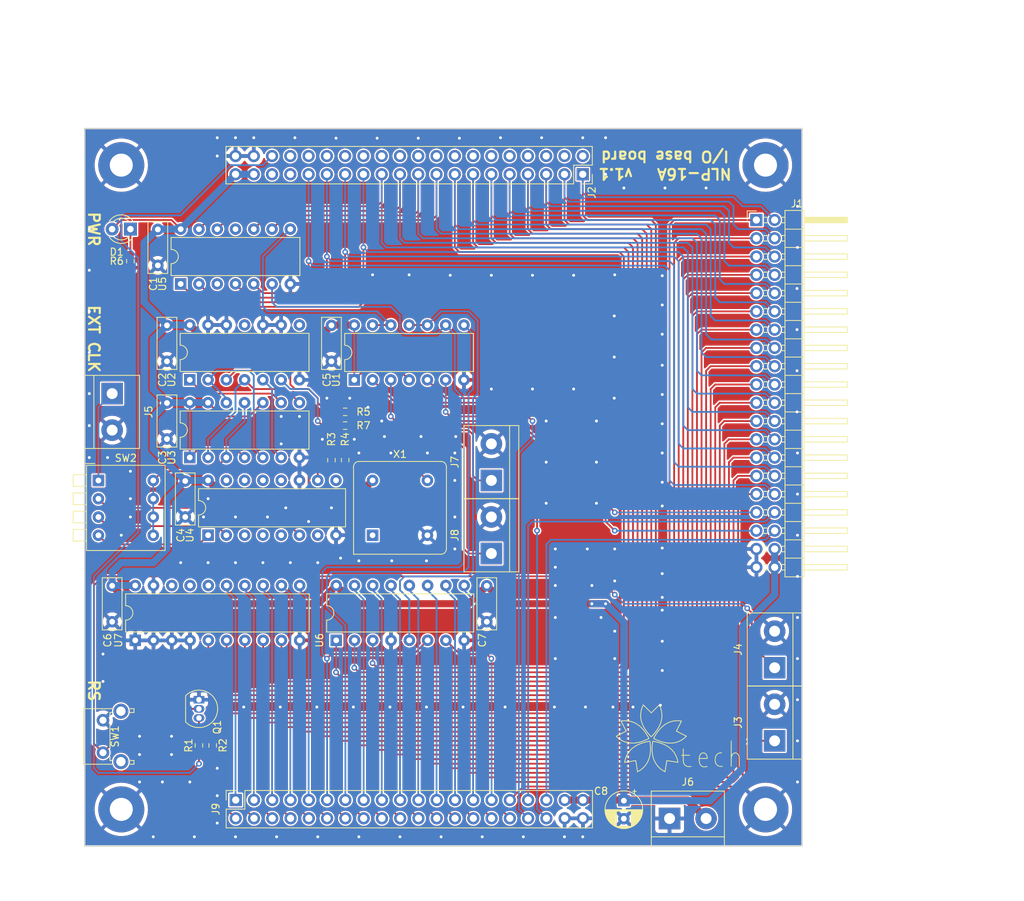
<source format=kicad_pcb>
(kicad_pcb (version 20211014) (generator pcbnew)
  (layers (0 "F.Cu" signal) (31 "B.Cu" signal) (34 "B.Paste" user) (35 "F.Paste" user) (36 "B.SilkS" user "B.Silkscreen") (37 "F.SilkS" user "F.Silkscreen") (38 "B.Mask" user) (39 "F.Mask" user) (44 "Edge.Cuts" user))
  (net 0 "")
  (net 1 "VCC")
  (net 2 "GND")
  (net 3 "Net-(D1-Pad1)")
  (net 4 "IO_BUS7")
  (net 5 "IO_BUS15")
  (net 6 "IO_BUS6")
  (net 7 "IO_BUS14")
  (net 8 "IO_BUS5")
  (net 9 "IO_BUS13")
  (net 10 "IO_BUS4")
  (net 11 "IO_BUS12")
  (net 12 "IO_BUS3")
  (net 13 "IO_BUS11")
  (net 14 "IO_BUS2")
  (net 15 "IO_BUS10")
  (net 16 "IO_BUS1")
  (net 17 "IO_BUS9")
  (net 18 "IO_BUS0")
  (net 19 "IO_BUS8")
  (net 20 "Address0")
  (net 21 "Address1")
  (net 22 "Address2")
  (net 23 "Address3")
  (net 24 "Address4")
  (net 25 "Address5")
  (net 26 "Address6")
  (net 27 "Address7")
  (net 28 "Address8")
  (net 29 "Address9")
  (net 30 "Address10")
  (net 31 "Address11")
  (net 32 "Address12")
  (net 33 "Address13")
  (net 34 "Address14")
  (net 35 "Address15")
  (net 36 "A_SEL")
  (net 37 "~{RD_CLK}")
  (net 38 "Y_SEL")
  (net 39 "~{WR_CLK}")
  (net 40 "~{dev2}")
  (net 41 "~{DEBUG_RS}")
  (net 42 "Net-(J8-Pad1)")
  (net 43 "~{dev1}")
  (net 44 "~{dev3}")
  (net 45 "~{dev4}")
  (net 46 "~{dev5}")
  (net 47 "~{dev6}")
  (net 48 "~{dev7}")
  (net 49 "~{dev8}")
  (net 50 "~{dev9}")
  (net 51 "~{dev10}")
  (net 52 "Net-(Q1-Pad3)")
  (net 53 "Net-(R3-Pad2)")
  (net 54 "Net-(SW2-Pad2)")
  (net 55 "Net-(SW2-Pad3)")
  (net 56 "Net-(SW2-Pad5)")
  (net 58 "INT")
  (net 78 "Net-(J4-Pad1)")
  (net 79 "Net-(J7-Pad1)")
  (net 80 "Net-(J9-Pad1)")
  (net 81 "Net-(J9-Pad3)")
  (net 82 "Net-(J9-Pad5)")
  (net 83 "Net-(J9-Pad7)")
  (net 84 "Net-(J9-Pad9)")
  (net 85 "~{RD}")
  (net 86 "~{WR}")
  (net 87 "Net-(U2-Pad1)")
  (net 88 "Net-(U2-Pad2)")
  (net 89 "Net-(U2-Pad4)")
  (net 90 "Net-(U2-Pad5)")
  (net 103 "Net-(R5-Pad1)")
  (net 104 "Net-(R7-Pad1)")
  (net 107 "Net-(U1-Pad10)")
  (net 108 "Net-(U1-Pad12)")
  (net 109 "Net-(SW2-Pad4)")
  (net 110 "Net-(J5-Pad1)")
  (footprint "TerminalBlock:TerminalBlock_bornier-2_P5.08mm" (layer "F.Cu") (at 146.685 106.045 90)
    (fp_text reference "J4")
    (fp_text value "Screw_Terminal_01x02")
  )
  (footprint "Connector_PinSocket_2.54mm:PinSocket_2x20_P2.54mm_Vertical" (layer "F.Cu") (at 120.015 37.465 -90)
    (fp_text reference "J2")
    (fp_text value "Conn_02x20_Odd_Even")
  )
  (footprint "Package_TO_SOT_THT:TO-92_Inline" (layer "F.Cu") (at 66.675 110.49 -90)
    (fp_text reference "Q1")
    (fp_text value "2SC1815")
  )
  (footprint "TerminalBlock:TerminalBlock_bornier-2_P5.08mm" (layer "F.Cu") (at 107.315 80.01 90)
    (fp_text reference "J7")
    (fp_text value "Screw_Terminal_01x02")
  )
  (footprint "TerminalBlock:TerminalBlock_bornier-2_P5.08mm" (layer "F.Cu") (at 146.685 116.205 90)
    (fp_text reference "J3")
    (fp_text value "Screw_Terminal_01x02")
  )
  (footprint "Capacitor_THT:C_Disc_D7.0mm_W2.5mm_P5.00mm" (layer "F.Cu") (at 62.23 74.255 90)
    (fp_text reference "C3")
    (fp_text value "C")
  )
  (footprint "Capacitor_THT:CP_Radial_D5.0mm_P2.50mm" (layer "F.Cu") (at 125.73 124.524888 -90)
    (fp_text reference "C8")
    (fp_text value "C_Polarized")
  )
  (footprint "Button_Switch_THT:SW_Tactile_SPST_Angled_PTS645Vx31-2LFS" (layer "F.Cu") (at 53.3375 117.845 90)
    (fp_text reference "SW1")
    (fp_text value "SW_Push")
  )
  (footprint "Capacitor_THT:C_Disc_D7.0mm_W2.5mm_P5.00mm" (layer "F.Cu") (at 62.23 63.46 90)
    (fp_text reference "C2")
    (fp_text value "C")
  )
  (footprint "MountingHole:MountingHole_3.2mm_M3_Pad" (layer "F.Cu") (at 145.415 36.195)
    (fp_text reference "H2" hide)
    (fp_text value "MountingHole_Pad")
  )
  (footprint "Package_DIP:DIP-16_W7.62mm" (layer "F.Cu") (at 67.945 87.62 90)
    (fp_text reference "U4")
    (fp_text value "4040")
  )
  (footprint "Connector_PinHeader_2.54mm:PinHeader_2x20_P2.54mm_Horizontal" (layer "F.Cu") (at 144.145 43.82)
    (fp_text reference "J1")
    (fp_text value "Conn_02x20_Odd_Even")
  )
  (footprint "Capacitor_THT:C_Disc_D7.0mm_W2.5mm_P5.00mm" (layer "F.Cu") (at 106.68 99.655 90)
    (fp_text reference "C7")
    (fp_text value "C")
  )
  (footprint "MountingHole:MountingHole_3.2mm_M3_Pad" (layer "F.Cu") (at 55.88 36.195)
    (fp_text reference "H1" hide)
    (fp_text value "MountingHole_Pad")
  )
  (footprint "TerminalBlock:TerminalBlock_bornier-2_P5.08mm" (layer "F.Cu") (at 54.61 67.945 -90)
    (fp_text reference "J5")
    (fp_text value "Screw_Terminal_01x02")
  )
  (footprint "Capacitor_THT:C_Disc_D7.0mm_W2.5mm_P5.00mm" (layer "F.Cu") (at 85.09 63.46 90)
    (fp_text reference "C5")
    (fp_text value "C")
  )
  (footprint "Connector_PinSocket_2.54mm:PinSocket_2x20_P2.54mm_Vertical" (layer "F.Cu") (at 71.785 124.43 90)
    (fp_text reference "J9")
    (fp_text value "Conn_02x20_Odd_Even")
  )
  (footprint "Package_DIP:DIP-14_W7.62mm" (layer "F.Cu") (at 64.135 52.705 90)
    (fp_text reference "U5")
    (fp_text value "74LS21")
  )
  (footprint "TerminalBlock:TerminalBlock_bornier-2_P5.08mm" (layer "F.Cu") (at 132.08 127)
    (fp_text reference "J6")
    (fp_text value "Screw_Terminal_01x02")
  )
  (footprint "Package_DIP:DIP-16_W7.62mm" (layer "F.Cu") (at 85.755 102.235 90)
    (fp_text reference "U6")
    (fp_text value "74LS138")
  )
  (footprint "Resistor_SMD:R_0603_1608Metric_Pad0.98x0.95mm_HandSolder" (layer "F.Cu") (at 68.58 116.84 -90)
    (fp_text reference "R2")
    (fp_text value "R")
  )
  (footprint "Package_DIP:DIP-14_W7.62mm" (layer "F.Cu") (at 65.4 66.03 90)
    (fp_text reference "U2")
    (fp_text value "74LS08")
  )
  (footprint "Resistor_SMD:R_0603_1608Metric_Pad0.98x0.95mm_HandSolder" (layer "F.Cu") (at 86.995 72.39)
    (fp_text reference "R7")
    (fp_text value "R")
  )
  (footprint "LED_THT:LED_D3.0mm" (layer "F.Cu") (at 57.15 45.085 180)
    (fp_text reference "D1")
    (fp_text value "LED")
  )
  (footprint "Resistor_SMD:R_0603_1608Metric_Pad0.98x0.95mm_HandSolder" (layer "F.Cu") (at 85.09 77.1925 -90)
    (fp_text reference "R3")
    (fp_text value "R")
  )
  (footprint "Resistor_SMD:R_0603_1608Metric_Pad0.98x0.95mm_HandSolder" (layer "F.Cu") (at 86.995 77.1925 90)
    (fp_text reference "R4")
    (fp_text value "R")
  )
  (footprint "Package_DIP:DIP-14_W7.62mm" (layer "F.Cu") (at 88.265 66.04 90)
    (fp_text reference "U1")
    (fp_text value "74HC00")
  )
  (footprint "Resistor_SMD:R_0603_1608Metric_Pad0.98x0.95mm_HandSolder" (layer "F.Cu") (at 86.995 70.485)
    (fp_text reference "R5")
    (fp_text value "R")
  )
  (footprint "Package_DIP:DIP-14_W7.62mm" (layer "F.Cu") (at 65.4 76.825 90)
    (fp_text reference "U3")
    (fp_text value "74HC74")
  )
  (footprint "Capacitor_THT:C_Disc_D7.0mm_W2.5mm_P5.00mm" (layer "F.Cu") (at 64.77 85.09 90)
    (fp_text reference "C4")
    (fp_text value "C")
  )
  (footprint "TerminalBlock:TerminalBlock_bornier-2_P5.08mm" (layer "F.Cu") (at 107.315 90.17 90)
    (fp_text reference "J8")
    (fp_text value "Screw_Terminal_01x02")
  )
  (footprint "Capacitor_THT:C_Disc_D7.0mm_W2.5mm_P5.00mm" (layer "F.Cu") (at 54.61 99.655 90)
    (fp_text reference "C6")
    (fp_text value "C")
  )
  (footprint "MountingHole:MountingHole_3.2mm_M3_Pad" (layer "F.Cu") (at 55.88 125.73)
    (fp_text reference "H4" hide)
    (fp_text value "MountingHole_Pad")
  )
  (footprint "Capacitor_THT:C_Disc_D7.0mm_W2.5mm_P5.00mm" (layer "F.Cu") (at 60.96 50.125 90)
    (fp_text reference "C1")
    (fp_text value "C")
  )
  (footprint "Package_DIP:DIP-20_W7.62mm" (layer "F.Cu") (at 57.82 102.235 90)
    (fp_text reference "U7")
    (fp_text value "74LS541")
  )
  (footprint "LOGO" (layer "F.Cu") (at 133.985 116.205)
    (fp_text reference "G***" hide)
    (fp_text value "LOGO" hide)
  )
  (footprint "Resistor_SMD:R_0603_1608Metric_Pad0.98x0.95mm_HandSolder" (layer "F.Cu") (at 57.15 49.53 -90)
    (fp_text reference "R6")
    (fp_text value "R")
  )
  (footprint "Oscillator:Oscillator_DIP-8" (layer "F.Cu") (at 90.805 87.63)
    (fp_text reference "X1")
    (fp_text value "CXO_DIP8")
  )
  (footprint "Button_Switch_THT:SW_DIP_SPSTx04_Piano_10.8x11.72mm_W7.62mm_P2.54mm" (layer "F.Cu") (at 52.705 80.02)
    (fp_text reference "SW2")
    (fp_text value "SW_DIP_x04")
  )
  (footprint "MountingHole:MountingHole_3.2mm_M3_Pad" (layer "F.Cu") (at 145.415 125.73)
    (fp_text reference "H3" hide)
    (fp_text value "MountingHole_Pad")
  )
  (footprint "Resistor_SMD:R_0603_1608Metric_Pad0.98x0.95mm_HandSolder" (layer "F.Cu") (at 66.675 116.84 90)
    (fp_text reference "R1")
    (fp_text value "R")
  )
  (gr_rect (start 50.8 31.115) (end 150.495 130.81) (layer "Edge.Cuts") (width 0.2) (fill none))
  (gr_text "PWR" (at 52.07 45.085 270) (layer "F.SilkS") (effects (font (size 1.5 1.5) (thickness 0.3))))
  (gr_text "EXT CLK" (at 52.07 60.325 270) (layer "F.SilkS") (effects (font (size 1.5 1.5) (thickness 0.3))))
  (gr_text "RS" (at 52.07 109.22 270) (layer "F.SilkS") (effects (font (size 1.5 1.5) (thickness 0.3))))
  (gr_text "NLP-16A   v1.1\nI/O base board" (at 131.445 36.195 180) (layer "F.SilkS") (effects (font (size 1.5 1.5) (thickness 0.3))))
  (segment (start 85.755 94.615) (end 83.215 97.155) (width 1) (layer "F.Cu") (net 1))
  (segment (start 85.09 76.28) (end 84.375 76.28) (width 0.25) (layer "F.Cu") (net 1))
  (segment (start 106.68 94.655) (end 104.18 97.155) (width 1) (layer "F.Cu") (net 1))
  (segment (start 54.61 45.085) (end 55.88 43.815) (width 0.25) (layer "F.Cu") (net 1))
  (segment (start 70.485 82.55) (end 81.915 82.55) (width 1) (layer "F.Cu") (net 1))
  (segment (start 73.66 71.12) (end 69.855 71.12) (width 0.25) (layer "F.Cu") (net 1))
  (segment (start 88.265 97.155) (end 88.265 97.125) (width 1) (layer "F.Cu") (net 1))
  (segment (start 104.18 97.155) (end 88.265 97.155) (width 1) (layer "F.Cu") (net 1))
  (segment (start 89.535 64.77) (end 88.265 66.04) (width 0.25) (layer "F.Cu") (net 1))
  (segment (start 67.945 60.96) (end 82.59 60.96) (width 1) (layer "F.Cu") (net 1))
  (segment (start 106.72 94.655) (end 106.68 94.655) (width 1) (layer "F.Cu") (net 1))
  (segment (start 82.59 60.96) (end 85.13 58.42) (width 1) (layer "F.Cu") (net 1))
  (segment (start 75.56 69.205) (end 73.66 71.105) (width 0.25) (layer "F.Cu") (net 1))
  (segment (start 67.945 60.955) (end 67.945 60.96) (width 1) (layer "F.Cu") (net 1))
  (segment (start 67.945 80) (end 70.485 82.54) (width 1) (layer "F.Cu") (net 1))
  (segment (start 73.66 71.105) (end 73.66 71.12) (width 0.25) (layer "F.Cu") (net 1))
  (segment (start 57.11 97.155) (end 54.61 94.655) (width 1) (layer "F.Cu") (net 1))
  (segment (start 123.19 97.155) (end 109.22 97.155) (width 1) (layer "F.Cu") (net 1))
  (segment (start 88.265 97.125) (end 85.755 94.615) (width 1) (layer "F.Cu") (net 1))
  (segment (start 81.915 82.55) (end 88.265 82.55) (width 1) (layer "F.Cu") (net 1))
  (segment (start 66.675 75.565) (end 71.76 75.565) (width 0.25) (layer "F.Cu") (net 1))
  (segment (start 83.215 97.155) (end 57.11 97.155) (width 1) (layer "F.Cu") (net 1))
  (segment (start 85.13 58.42) (end 88.265 58.42) (width 1) (layer "F.Cu") (net 1))
  (segment (start 109.22 97.155) (end 106.72 94.655) (width 1) (layer "F.Cu") (net 1))
  (segment (start 134.59 124.43) (end 137.16 127) (width 1) (layer "F.Cu") (net 1))
  (segment (start 70.485 82.54) (end 70.485 82.55) (width 1) (layer "F.Cu") (net 1))
  (segment (start 88.265 82.55) (end 90.805 80.01) (width 1) (layer "F.Cu") (net 1))
  (segment (start 65.415 76.825) (end 66.675 75.565) (width 0.25) (layer "F.Cu") (net 1))
  (segment (start 117.505 124.43) (end 134.59 124.43) (width 1) (layer "F.Cu") (net 1))
  (segment (start 55.88 43.815) (end 62.865 43.815) (width 0.25) (layer "F.Cu") (net 1))
  (segment (start 65.4 58.41) (end 67.945 60.955) (width 1) (layer "F.Cu") (net 1))
  (segment (start 69.855 71.12) (end 67.94 69.205) (width 0.25) (layer "F.Cu") (net 1))
  (segment (start 94.615 64.77) (end 89.535 64.77) (width 0.25) (layer "F.Cu") (net 1))
  (segment (start 84.375 76.28) (end 81.915 78.74) (width 0.25) (layer "F.Cu") (net 1))
  (segment (start 81.915 78.74) (end 81.915 82.55) (width 0.25) (layer "F.Cu") (net 1))
  (segment (start 95.885 66.04) (end 94.615 64.77) (width 0.25) (layer "F.Cu") (net 1))
  (segment (start 65.4 76.825) (end 65.415 76.825) (width 0.25) (layer "F.Cu") (net 1))
  (segment (start 71.76 75.565) (end 73.02 76.825) (width 0.25) (layer "F.Cu") (net 1))
  (segment (start 62.865 43.815) (end 64.135 45.085) (width 0.25) (layer "F.Cu") (net 1))
  (via (at 121.285 97.155) (size 0.8) (drill 0.4) (layers "F.Cu" "B.Cu") (net 1))
  (via (at 123.19 97.155) (size 0.8) (drill 0.4) (layers "F.Cu" "B.Cu") (net 1))
  (segment (start 62.28 58.41) (end 65.4 58.41) (width 1) (layer "B.Cu") (net 1))
  (segment (start 60.325 91.44) (end 55.88 91.44) (width 1) (layer "B.Cu") (net 1))
  (segment (start 74.295 37.465) (end 71.755 37.465) (width 1) (layer "B.Cu") (net 1))
  (segment (start 60.325 67.35) (end 62.23 69.255) (width 1) (layer "B.Cu") (net 1))
  (segment (start 62.23 58.46) (end 60.325 60.365) (width 1) (layer "B.Cu") (net 1))
  (segment (start 62.23 69.255) (end 62.28 69.205) (width 1) (layer "B.Cu") (net 1))
  (segment (start 62.23 58.42) (end 62.23 58.46) (width 1) (layer "B.Cu") (net 1))
  (segment (start 88.265 66.04) (end 88.265 58.42) (width 0.25) (layer "B.Cu") (net 1))
  (segment (start 60.96 45.085) (end 59.055 46.99) (width 1) (layer "B.Cu") (net 1))
  (segment (start 59.055 55.245) (end 62.23 58.42) (width 1) (layer "B.Cu") (net 1))
  (segment (start 123.19 97.155) (end 121.285 97.155) (width 1) (layer "B.Cu") (net 1))
  (segment (start 142.24 120.015) (end 142.24 100.33) (width 1) (layer "B.Cu") (net 1))
  (segment (start 60.325 71.16) (end 60.325 75.645) (width 1) (layer "B.Cu") (net 1))
  (segment (start 62.28 69.205) (end 65.4 69.205) (width 1) (layer "B.Cu") (net 1))
  (segment (start 125.73 124.524888) (end 125.73 99.695) (width 1) (layer "B.Cu") (net 1))
  (segment (start 125.73 124.524888) (end 137.730112 124.524888) (width 1) (layer "B.Cu") (net 1))
  (segment (start 54.61 92.71) (end 54.61 94.655) (width 1) (layer "B.Cu") (net 1))
  (segment (start 146.685 95.885) (end 146.685 89.54) (width 1) (layer "B.Cu") (net 1))
  (segment (start 62.23 69.255) (end 60.325 71.16) (width 1) (layer "B.Cu") (net 1))
  (segment (start 62.23 58.46) (end 62.28 58.41) (width 1) (layer "B.Cu") (net 1))
  (segment (start 64.86 80) (end 62.23 82.63) (width 1) (layer "B.Cu") (net 1))
  (segment (start 59.055 46.99) (end 59.055 55.245) (width 1) (layer "B.Cu") (net 1))
  (segment (start 62.23 89.535) (end 60.325 91.44) (width 1) (layer "B.Cu") (net 1))
  (segment (start 142.24 100.33) (end 146.685 95.885) (width 1) (layer "B.Cu") (net 1))
  (segment (start 60.325 75.645) (end 64.77 80.09) (width 1) (layer "B.Cu") (net 1))
  (segment (start 64.135 45.085) (end 60.96 45.085) (width 1) (layer "B.Cu") (net 1))
  (segment (start 55.88 91.44) (end 54.61 92.71) (width 1) (layer "B.Cu") (net 1))
  (segment (start 67.94 69.205) (end 65.4 69.205) (width 1) (layer "B.Cu") (net 1))
  (segment (start 62.23 82.63) (end 62.23 89.535) (width 1) (layer "B.Cu") (net 1))
  (segment (start 67.945 80) (end 64.86 80) (width 1) (layer "B.Cu") (net 1))
  (segment (start 54.65 94.615) (end 57.82 94.615) (width 1) (layer "B.Cu") (net 1))
  (segment (start 125.73 99.695) (end 123.19 97.155) (width 1) (layer "B.Cu") (net 1))
  (segment (start 71.755 37.465) (end 64.135 45.085) (width 1) (layer "B.Cu") (net 1))
  (segment (start 60.325 60.365) (end 60.325 67.35) (width 1) (layer "B.Cu") (net 1))
  (segment (start 54.61 94.655) (end 54.65 94.615) (width 1) (layer "B.Cu") (net 1))
  (segment (start 65.4 76.825) (end 65.4 69.205) (width 0.25) (layer "B.Cu") (net 1))
  (segment (start 137.730112 124.524888) (end 142.24 120.015) (width 1) (layer "B.Cu") (net 1))
  (via (at 78.105 74.93) (size 0.8) (drill 0.4) (layers "F.Cu" "B.Cu") (net 2))
  (via (at 121.92 83.185) (size 0.8) (drill 0.4) (layers "F.Cu" "B.Cu") (net 2))
  (via (at 149.795 59.055) (size 0.8) (drill 0.4) (layers "F.Cu" "B.Cu") (net 2))
  (via (at 114.935 71.755) (size 0.8) (drill 0.4) (layers "F.Cu" "B.Cu") (net 2))
  (via (at 88.138 111.506) (size 0.8) (drill 0.4) (layers "F.Cu" "B.Cu") (net 2))
  (via (at 114.3 32.385) (size 0.8) (drill 0.4) (layers "F.Cu" "B.Cu") (net 2))
  (via (at 83.185 129.54) (size 0.8) (drill 0.4) (layers "F.Cu" "B.Cu") (net 2))
  (via (at 149.86 99.06) (size 0.8) (drill 0.4) (layers "F.Cu" "B.Cu") (net 2))
  (via (at 69.215 127.635) (size 0.8) (drill 0.4) (layers "F.Cu" "B.Cu") (net 2))
  (via (at 131.064 80.264) (size 0.8) (drill 0.4) (layers "F.Cu" "B.Cu") (net 2))
  (via (at 114.935 77.47) (size 0.8) (drill 0.4) (layers "F.Cu" "B.Cu") (net 2))
  (via (at 149.86 81.915) (size 0.8) (drill 0.4) (layers "F.Cu" "B.Cu") (net 2))
  (via (at 116.078 111.506) (size 0.8) (drill 0.4) (layers "F.Cu" "B.Cu") (net 2))
  (via (at 94.615 129.54) (size 0.8) (drill 0.4) (layers "F.Cu" "B.Cu") (net 2))
  (via (at 149.795 70.485) (size 0.8) (drill 0.4) (layers "F.Cu" "B.Cu") (net 2))
  (via (at 116.205 92.075) (size 0.8) (drill 0.4) (layers "F.Cu" "B.Cu") (net 2))
  (via (at 120.396 111.506) (size 0.8) (drill 0.4) (layers "F.Cu" "B.Cu") (net 2))
  (via (at 57.15 78.74) (size 0.8) (drill 0.4) (layers "F.Cu" "B.Cu") (net 2))
  (via (at 53.34 104.14) (size 0.8) (drill 0.4) (layers "F.Cu" "B.Cu") (net 2))
  (via (at 61.595 121.92) (size 0.8) (drill 0.4) (layers "F.Cu" "B.Cu") (net 2))
  (via (at 69.215 120.015) (size 0.8) (drill 0.4) (layers "F.Cu" "B.Cu") (net 2))
  (via (at 137.16 39.37) (size 0.8) (drill 0.4) (layers "F.Cu" "B.Cu") (net 2))
  (via (at 85.09 83.82) (size 0.8) (drill 0.4) (layers "F.Cu" "B.Cu") (net 2))
  (via (at 120.015 129.54) (size 0.8) (drill 0.4) (layers "F.Cu" "B.Cu") (net 2))
  (via (at 100.33 129.54) (size 0.8) (drill 0.4) (layers "F.Cu" "B.Cu") (net 2))
  (via (at 71.755 32.385) (size 0.8) (drill 0.4) (layers "F.Cu" "B.Cu") (net 2))
  (via (at 131.445 39.37) (size 0.8) (drill 0.4) (layers "F.Cu" "B.Cu") (net 2))
  (via (at 124.46 89.535) (size 0.8) (drill 0.4) (layers "F.Cu" "B.Cu") (net 2))
  (via (at 84.455 68.58) (size 0.8) (drill 0.4) (layers "F.Cu" "B.Cu") (net 2))
  (via (at 102.235 80.01) (size 0.8) (drill 0.4) (layers "F.Cu" "B.Cu") (net 2))
  (via (at 123.19 37.465) (size 0.8) (drill 0.4) (layers "F.Cu" "B.Cu") (net 2))
  (via (at 97.155 32.45) (size 0.8) (drill 0.4) (layers "F.Cu" "B.Cu") (net 2))
  (via (at 102.235 89.535) (size 0.8) (drill 0.4) (layers "F.Cu" "B.Cu") (net 2))
  (via (at 107.315 51.5) (size 0.8) (drill 0.4) (layers "F.Cu" "B.Cu") (net 2))
  (via (at 102.235 76.2) (size 0.8) (drill 0.4) (layers "F.Cu" "B.Cu") (net 2))
  (via (at 113.03 67.31) (size 0.8) (drill 0.4) (layers "F.Cu" "B.Cu") (net 2))
  (via (at 117.475 129.54) (size 0.8) (drill 0.4) (layers "F.Cu" "B.Cu") (net 2))
  (via (at 67.31 85.09) (size 0.8) (drill 0.4) (layers "F.Cu" "B.Cu") (net 2))
  (via (at 85.725 32.45) (size 0.8) (drill 0.4) (layers "F.Cu" "B.Cu") (net 2))
  (via (at 120.015 32.385) (size 0.8) (drill 0.4) (layers "F.Cu" "B.Cu") (net 2))
  (via (at 149.86 110.49) (size 0.8) (drill 0.4) (layers "F.Cu" "B.Cu") (net 2))
  (via (at 131.064 98.044) (size 0.8) (drill 0.4) (layers "F.Cu" "B.Cu") (net 2))
  (via (at 80.01 32.385) (size 0.8) (drill 0.4) (layers "F.Cu" "B.Cu") (net 2))
  (via (at 131.064 89.408) (size 0.8) (drill 0.4) (layers "F.Cu" "B.Cu") (net 2))
  (via (at 91.44 32.45) (size 0.8) (drill 0.4) (layers "F.Cu" "B.Cu") (net 2))
  (via (at 53.34 107.95) (size 0.8) (drill 0.4) (layers "F.Cu" "B.Cu") (net 2))
  (via (at 71.755 129.54) (size 0.8) (drill 0.4) (layers "F.Cu" "B.Cu") (net 2))
  (via (at 149.795 64.77) (size 0.8) (drill 0.4) (layers "F.Cu" "B.Cu") (net 2))
  (via (at 51.435 62.23) (size 0.8) (drill 0.4) (layers "F.Cu" "B.Cu") (net 2))
  (via (at 131.064 68.072) (size 0.8) (drill 0.4) (layers "F.Cu" "B.Cu") (net 2))
  (via (at 58.42 115.57) (size 0.8) (drill 0.4) (layers "F.Cu" "B.Cu") (net 2))
  (via (at 98.425 76.2) (size 0.8) (drill 0.4) (layers "F.Cu" "B.Cu") (net 2))
  (via (at 58.42 121.92) (size 0.8) (drill 0.4) (layers "F.Cu" "B.Cu") (net 2))
  (via (at 83.82 74.295) (size 0.8) (drill 0.4) (layers "F.Cu" "B.Cu") (net 2))
  (via (at 101.6 51.5) (size 0.8) (drill 0.4) (layers "F.Cu" "B.Cu") (net 2))
  (via (at 122.555 99.06) (size 0.8) (drill 0.4) (layers "F.Cu" "B.Cu") (net 2))
  (via (at 131.064 76.2) (size 0.8) (drill 0.4) (layers "F.Cu" "B.Cu") (net 2))
  (via (at 69.215 34.925) (size 0.8) (drill 0.4) (layers "F.Cu" "B.Cu") (net 2))
  (via (at 90.17 69.85) (size 0.8) (drill 0.4) (layers "F.Cu" "B.Cu") (net 2))
  (via (at 92.456 73.914) (size 0.8) (drill 0.4) (layers "F.Cu" "B.Cu") (net 2))
  (via (at 118.745 51.5) (size 0.8) (drill 0.4) (layers "F.Cu" "B.Cu") (net 2))
  (via (at 88.265 74.295) (size 0.8) (drill 0.4) (layers "F.Cu" "B.Cu") (net 2))
  (via (at 83.058 111.506) (size 0.8) (drill 0.4) (layers "F.Cu" "B.Cu") (net 2))
  (via (at 124.206 111.506) (size 0.8) (drill 0.4) (layers "F.Cu" "B.Cu") (net 2))
  (via (at 149.86 47.625) (size 0.8) (drill 0.4) (layers "F.Cu" "B.Cu") (net 2))
  (via (at 83.185 91.44) (size 0.8) (drill 0.4) (layers "F.Cu" "B.Cu") (net 2))
  (via (at 124.46 93.98) (size 0.8) (drill 0.4) (layers "F.Cu" "B.Cu") (net 2))
  (via (at 131.064 64.008) (size 0.8) (drill 0.4) (layers "F.Cu" "B.Cu") (net 2))
  (via (at 51.435 76.835) (size 0.8) (drill 0.4) (layers "F.Cu" "B.Cu") (net 2))
  (via (at 131.064 55.626) (size 0.8) (drill 0.4) (layers "F.Cu" "B.Cu") (net 2))
  (via (at 121.92 77.47) (size 0.8) (drill 0.4) (layers "F.Cu" "B.Cu") (net 2))
  (via (at 75.565 91.44) (size 0.8) (drill 0.4) (layers "F.Cu" "B.Cu") (net 2))
  (via (at 149.86 76.2) (size 0.8) (drill 0.4) (layers "F.Cu" "B.Cu") (net 2))
  (via (at 67.945 82.55) (size 0.8) (drill 0.4) (layers "F.Cu" "B.Cu") (net 2))
  (via (at 107.315 67.31) (size 0.8) (drill 0.4) (layers "F.Cu" "B.Cu") (net 2))
  (via (at 102.235 85.09) (size 0.8) (drill 0.4) (layers "F.Cu" "B.Cu") (net 2))
  (via (at 58.42 118.11) (size 0.8) (drill 0.4) (layers "F.Cu" "B.Cu") (net 2))
  (via (at 102.362 73.914) (size 0.8) (drill 0.4) (layers "F.Cu" "B.Cu") (net 2))
  (via (at 62.865 115.57) (size 0.8) (drill 0.4) (layers "F.Cu" "B.Cu") (net 2))
  (via (at 124.46 51.435) (size 0.8) (drill 0.4) (layers "F.Cu" "B.Cu") (net 2))
  (via (at 98.298 111.506) (size 0.8) (drill 0.4) (layers "F.Cu" "B.Cu") (net 2))
  (via (at 78.74 83.82) (size 0.8) (drill 0.4) (layers "F.Cu" "B.Cu") (net 2))
  (via (at 118.745 67.31) (size 0.8) (drill 0.4) (layers "F.Cu" "B.Cu") (net 2))
  (via (at 71.755 91.44) (size 0.8) (drill 0.4) (layers "F.Cu" "B.Cu") (net 2))
  (via (at 78.105 71.12) (size 0.8) (drill 0.4) (layers "F.Cu" "B.Cu") (net 2))
  (via (at 98.298 91.186) (size 0.8) (drill 0.4) (layers "F.Cu" "B.Cu") (net 2))
  (via (at 114.935 83.185) (size 0.8) (drill 0.4) (layers "F.Cu" "B.Cu") (net 2))
  (via (at 124.395 57.15) (size 0.8) (drill 0.4) (layers "F.Cu" "B.Cu") (net 2))
  (via (at 123.19 32.385) (size 0.8) (drill 0.4) (layers "F.Cu" "B.Cu") (net 2))
  (via (at 77.47 129.54) (size 0.8) (drill 0.4) (layers "F.Cu" "B.Cu") (net 2))
  (via (at 124.46 104.775) (size 0.8) (drill 0.4) (layers "F.Cu" "B.Cu") (net 2))
  (via (at 79.375 91.44) (size 0.8) (drill 0.4) (layers "F.Cu" "B.Cu") (net 2))
  (via (at 88.9 129.54) (size 0.8) (drill 0.4) (layers "F.Cu" "B.Cu") (net 2))
  (via (at 81.915 85.725) (size 0.8) (drill 0.4) (layers "F.Cu" "B.Cu") (net 2))
  (via (at 51.435 67.945) (size 0.8) (drill 0.4) (layers "F.Cu" "B.Cu") (net 2))
  (via (at 113.03 51.5) (size 0.8) (drill 0.4) (layers "F.Cu" "B.Cu") (net 2))
  (via (at 69.215 32.385) (size 0.8) (drill 0.4) (layers "F.Cu" "B.Cu") (net 2))
  (via (at 71.755 85.09) (size 0.8) (drill 0.4) (layers "F.Cu" "B.Cu") (net 2))
  (via (at 51.435 45.085) (size 0.8) (drill 0.4) (layers "F.Cu" "B.Cu") (net 2))
  (via (at 62.865 118.11) (size 0.8) (drill 0.4) (layers "F.Cu" "B.Cu") (net 2))
  (via (at 64.135 91.44) (size 0.8) (drill 0.4) (layers "F.Cu" "B.Cu") (net 2))
  (via (at 116.205 89.535) (size 0.8) (drill 0.4) (layers "F.Cu" "B.Cu") (net 2))
  (via (at 121.285 94.615) (size 0.8) (drill 0.4) (layers "F.Cu" "B.Cu") (net 2))
  (via (at 88.9 76.2) (size 0.8) (drill 0.4) (layers "F.Cu" "B.Cu") (net 2))
  (via (at 125.73 39.37) (size 0.8) (drill 0.4) (layers "F.Cu" "B.Cu") (net 2))
  (via (at 76.2 85.09) (size 0.8) (drill 0.4) (layers "F.Cu" "B.Cu") (net 2))
  (via (at 90.805 51.435) (size 0.8) (drill 0.4) (layers "F.Cu" "B.Cu") (net 2))
  (via (at 66.04 129.54) (size 0.8) (drill 0.4) (layers "F.Cu" "B.Cu") (net 2))
  (via (at 131.064 59.69) (size 0.8) (drill 0.4) (layers "F.Cu" "B.Cu") (net 2))
  (via (at 57.15 85.09) (size 0.8) (drill 0.4) (layers "F.Cu" "B.Cu") (net 2))
  (via (at 149.86 104.775) (size 0.8) (drill 0.4) (layers "F.Cu" "B.Cu") (net 2))
  (via (at 116.205 104.775) (size 0.8) (drill 0.4) (layers "F.Cu" "B.Cu") (net 2))
  (via (at 72.898 111.506) (size 0.8) (drill 0.4) (layers "F.Cu" "B.Cu") (net 2))
  (via (at 103.378 111.506) (size 0.8) (drill 0.4) (layers "F.Cu" "B.Cu") (net 2))
  (via (at 93.218 111.506) (size 0.8) (drill 0.4) (layers "F.Cu" "B.Cu") (net 2))
  (via (at 131.064 96.266) (size 0.8) (drill 0.4) (layers "F.Cu" "B.Cu") (net 2))
  (via (at 149.86 41.91) (size 0.8) (drill 0.4) (layers "F.Cu" "B.Cu") (net 2))
  (via (at 131.064 83.566) (size 0.8) (drill 0.4) (layers "F.Cu" "B.Cu") (net 2))
  (via (at 86.36 90.805) (size 0.8) (drill 0.4) (layers "F.Cu" "B.Cu") (net 2))
  (via (at 106.045 129.54) (size 0.8) (drill 0.4) (layers "F.Cu" "B.Cu") (net 2))
  (via (at 116.205 94.615) (size 0.8) (drill 0.4) (layers "F.Cu" "B.Cu") (net 2))
  (via (at 149.86 121.92) (size 0.8) (drill 0.4) (layers "F.Cu" "B.Cu") (net 2))
  (via (at 116.205 99.06) (size 0.8) (drill 0.4) (layers "F.Cu" "B.Cu") (net 2))
  (via (at 149.86 93.345) (size 0.8) (drill 0.4) (layers "F.Cu" "B.Cu") (net 2))
  (via (at 149.86 116.205) (size 0.8) (drill 0.4) (layers "F.Cu" "B.Cu") (net 2))
  (via (at 67.945 91.44) (size 0.8) (drill 0.4) (layers "F.Cu" "B.Cu") (net 2))
  (via (at 53.975 76.835) (size 0.8) (drill 0.4) (layers "F.Cu" "B.Cu") (net 2))
  (via (at 111.76 129.54) (size 0.8) (drill 0.4) (layers "F.Cu" "B.Cu") (net 2))
  (via (at 60.325 129.54) (size 0.8) (drill 0.4) (layers "F.Cu" "B.Cu") (net 2))
  (via (at 130.81 111.252) (size 0.8) (drill 0.4) (layers "F.Cu" "B.Cu") (net 2))
  (via (at 109.22 111.506) (size 0.8) (drill 0.4) (layers "F.Cu" "B.Cu") (net 2))
  (via (at 120.65 89.535) (size 0.8) (drill 0.4) (layers "F.Cu" "B.Cu") (net 2))
  (via (at 124.46 100.965) (size 0.8) (drill 0.4) (layers "F.Cu" "B.Cu") (net 2))
  (via (at 149.86 87.63) (size 0.8) (drill 0.4) (layers "F.Cu" "B.Cu") (net 2))
  (via (at 51.435 56.515) (size 0.8) (drill 0.4) (layers "F.Cu" "B.Cu") (net 2))
  (via (at 57.15 82.55) (size 0.8) (drill 0.4) (layers "F.Cu" "B.Cu") (net 2))
  (via (at 124.395 68.58) (size 0.8) (drill 0.4) (layers "F.Cu" "B.Cu") (net 2))
  (via (at 74.295 32.385) (size 0.8) (drill 0.4) (layers "F.Cu" "B.Cu") (net 2))
  (via (at 55.88 87.63) (size 0.8) (drill 0.4) (layers "F.Cu" "B.Cu") (net 2))
  (via (at 88.9 91.186) (size 0.8) (drill 0.4) (layers "F.Cu" "B.Cu") (net 2))
  (via (at 131.064 92.964) (size 0.8) (drill 0.4) (layers "F.Cu" "B.Cu") (net 2))
  (via (at 80.645 71.12) (size 0.8) (drill 0.4) (layers "F.Cu" "B.Cu") (net 2))
  (via (at 121.92 71.755) (size 0.8) (drill 0.4) (layers "F.Cu" "B.Cu") (net 2))
  (via (at 65.405 121.92) (size 0.8) (drill 0.4) (layers "F.Cu" "B.Cu") (net 2))
  (via (at 93.345 76.2) (size 0.8) (drill 0.4) (layers "F.Cu" "B.Cu") (net 2))
  (via (at 149.795 53.34) (size 0.8) (drill 0.4) (layers "F.Cu" "B.Cu") (net 2))
  (via (at 51.435 50.8) (size 0.8) (drill 0.4) (layers "F.Cu" "B.Cu") (net 2))
  (via (at 131.064 106.426) (size 0.8) (drill 0.4) (layers "F.Cu" "B.Cu") (net 2))
  (via (at 92.075 71.755) (size 0.8) (drill 0.4) (layers "F.Cu" "B.Cu") (net 2))
  (via (at 108.585 32.385) (size 0.8) (drill 0.4) (layers "F.Cu" "B.Cu") (net 2))
  (via (at 124.395 62.865) (size 0.8) (drill 0.4) (layers "F.Cu" "B.Cu") (net 2))
  (via (at 127 111.506) (size 0.8) (drill 0.4) (layers "F.Cu" "B.Cu") (net 2))
  (via (at 93.472 91.186) (size 0.8) (drill 0.4) (layers "F.Cu" "B.Cu") (net 2))
  (via (at 69.215 123.825) (size 0.8) (drill 0.4) (layers "F.Cu" "B.Cu") (net 2))
  (via (at 77.978 111.506) (size 0.8) (drill 0.4) (layers "F.Cu" "B.Cu") (net 2))
  (via (at 131.064 102.362) (size 0.8) (drill 0.4) (layers "F.Cu" "B.Cu") (net 2))
  (via (at 97.536 73.914) (size 0.8) (drill 0.4) (layers "F.Cu" "B.Cu") (net 2))
  (via (at 87.63 68.58) (size 0.8) (drill 0.4) (layers "F.Cu" "B.Cu") (net 2))
  (via (at 102.87 32.45) (size 0.8) (drill 0.4) (layers "F.Cu" "B.Cu") (net 2))
  (via (at 131.064 72.136) (size 0.8) (drill 0.4) (layers "F.Cu" "B.Cu") (net 2))
  (via (at 131.064 51.562) (size 0.8) (drill 0.4) (layers "F.Cu" "B.Cu") (net 2))
  (via (at 95.885 51.435) (size 0.8) (drill 0.4) (layers "F.Cu" "B.Cu") (net 2))
  (via (at 51.435 72.39) (size 0.8) (drill 0.4) (layers "F.Cu" "B.Cu") (net 2))
  (segment (start 57.15 45.085) (end 57.15 48.6175) (width 0.25) (layer "F.Cu") (net 3))
  (segment (start 135.89 116.84) (end 91.44 116.84) (width 0.25) (layer "F.Cu") (net 4))
  (segment (start 136.525 62.23) (end 136.525 116.205) (width 0.25) (layer "F.Cu") (net 4))
  (segment (start 88.265 125.67) (end 89.565 126.97) (width 0.25) (layer "F.Cu") (net 4))
  (segment (start 88.265 117.475) (end 88.265 125.67) (width 0.25) (layer "F.Cu") (net 4))
  (segment (start 136.525 116.205) (end 135.89 116.84) (width 0.25) (layer "F.Cu") (net 4))
  (segment (start 144.145 61.6) (end 137.155 61.6) (width 0.25) (layer "F.Cu") (net 4))
  (segment (start 137.155 61.6) (end 136.525 62.23) (width 0.25) (layer "F.Cu") (net 4))
  (segment (start 91.44 116.83) (end 88.91 116.83) (width 0.25) (layer "F.Cu") (net 4))
  (segment (start 88.91 116.83) (end 88.265 117.475) (width 0.25) (layer "F.Cu") (net 4))
  (segment (start 142.24 81.915) (end 142.245 81.92) (width 0.25) (layer "F.Cu") (net 5))
  (segment (start 109.885 126.97) (end 108.585 125.67) (width 0.25) (layer "F.Cu") (net 5))
  (segment (start 109.23 121.91) (end 111.76 121.91) (width 0.25) (layer "F.Cu") (net 5))
  (segment (start 111.76 121.92) (end 140.97 121.92) (width 0.25) (layer "F.Cu") (net 5))
  (segment (start 141.605 121.285) (end 141.605 82.55) (width 0.25) (layer "F.Cu") (net 5))
  (segment (start 108.585 122.555) (end 109.23 121.91) (width 0.25) (layer "F.Cu") (net 5))
  (segment (start 142.245 81.92) (end 144.145 81.92) (width 0.25) (layer "F.Cu") (net 5))
  (segment (start 140.97 121.92) (end 141.605 121.285) (width 0.25) (layer "F.Cu") (net 5))
  (segment (start 141.605 82.55) (end 142.24 81.915) (width 0.25) (layer "F.Cu") (net 5))
  (segment (start 108.585 125.67) (end 108.585 122.555) (width 0.25) (layer "F.Cu") (net 5))
  (segment (start 85.725 116.84) (end 85.725 125.67) (width 0.25) (layer "F.Cu") (net 6))
  (segment (start 88.9 116.195) (end 86.37 116.195) (width 0.25) (layer "F.Cu") (net 6))
  (segment (start 85.725 125.67) (end 87.025 126.97) (width 0.25) (layer "F.Cu") (net 6))
  (segment (start 144.145 59.06) (end 136.52 59.06) (width 0.25) (layer "F.Cu") (net 6))
  (segment (start 135.89 59.69) (end 135.89 115.57) (width 0.25) (layer "F.Cu") (net 6))
  (segment (start 136.52 59.06) (end 135.89 59.69) (width 0.25) (layer "F.Cu") (net 6))
  (segment (start 86.37 116.195) (end 85.725 116.84) (width 0.25) (layer "F.Cu") (net 6))
  (segment (start 135.89 115.57) (end 135.255 116.205) (width 0.25) (layer "F.Cu") (net 6))
  (segment (start 135.255 116.205) (end 88.9 116.205) (width 0.25) (layer "F.Cu") (net 6))
  (segment (start 106.69 121.275) (end 106.045 121.92) (width 0.25) (layer "F.Cu") (net 7))
  (segment (start 141.605 79.375) (end 140.97 80.01) (width 0.25) (layer "F.Cu") (net 7))
  (segment (start 141.61 79.38) (end 141.605 79.375) (width 0.25) (layer "F.Cu") (net 7))
  (segment (start 106.045 125.67) (end 107.345 126.97) (width 0.25) (layer "F.Cu") (net 7))
  (segment (start 106.045 121.92) (end 106.045 125.67) (width 0.25) (layer "F.Cu") (net 7))
  (segment (start 144.145 79.38) (end 141.61 79.38) (width 0.25) (layer "F.Cu") (net 7))
  (segment (start 140.97 80.01) (end 140.97 120.65) (width 0.25) (layer "F.Cu") (net 7))
  (segment (start 140.335 121.285) (end 109.22 121.285) (width 0.25) (layer "F.Cu") (net 7))
  (segment (start 140.97 120.65) (end 140.335 121.285) (width 0.25) (layer "F.Cu") (net 7))
  (segment (start 109.22 121.275) (end 106.69 121.275) (width 0.25) (layer "F.Cu") (net 7))
  (segment (start 144.145 56.52) (end 135.885 56.52) (width 0.25) (layer "F.Cu") (net 8))
  (segment (start 83.185 125.67) (end 84.485 126.97) (width 0.25) (layer "F.Cu") (net 8))
  (segment (start 83.83 115.56) (end 83.185 116.205) (width 0.25) (layer "F.Cu") (net 8))
  (segment (start 135.885 56.52) (end 135.255 57.15) (width 0.25) (layer "F.Cu") (net 8))
  (segment (start 86.36 115.56) (end 83.83 115.56) (width 0.25) (layer "F.Cu") (net 8))
  (segment (start 134.62 115.57) (end 86.36 115.57) (width 0.25) (layer "F.Cu") (net 8))
  (segment (start 135.255 57.15) (end 135.255 114.935) (width 0.25) (layer "F.Cu") (net 8))
  (segment (start 83.185 116.205) (end 83.185 125.67) (width 0.25) (layer "F.Cu") (net 8))
  (segment (start 135.255 114.935) (end 134.62 115.57) (width 0.25) (layer "F.Cu") (net 8))
  (segment (start 140.335 120.015) (end 139.7 120.65) (width 0.25) (layer "F.Cu") (net 9))
  (segment (start 144.145 76.84) (end 140.975 76.84) (width 0.25) (layer "F.Cu") (net 9))
  (segment (start 140.97 76.835) (end 140.335 77.47) (width 0.25) (layer "F.Cu") (net 9))
  (segment (start 140.975 76.84) (end 140.97 76.835) (width 0.25) (layer "F.Cu") (net 9))
  (segment (start 106.68 120.64) (end 104.15 120.64) (width 0.25) (layer "F.Cu") (net 9))
  (segment (start 103.505 121.285) (end 103.505 125.67) (width 0.25) (layer "F.Cu") (net 9))
  (segment (start 104.15 120.64) (end 103.505 121.285) (width 0.25) (layer "F.Cu") (net 9))
  (segment (start 103.505 125.67) (end 104.805 126.97) (width 0.25) (layer "F.Cu") (net 9))
  (segment (start 140.335 77.47) (end 140.335 120.015) (width 0.25) (layer "F.Cu") (net 9))
  (segment (start 139.7 120.65) (end 106.68 120.65) (width 0.25) (layer "F.Cu") (net 9))
  (segment (start 134.62 54.61) (end 134.62 114.3) (width 0.25) (layer "F.Cu") (net 10))
  (segment (start 135.255 53.975) (end 134.62 54.61) (width 0.25) (layer "F.Cu") (net 10))
  (segment (start 135.89 53.975) (end 135.255 53.975) (width 0.25) (layer "F.Cu") (net 10))
  (segment (start 80.645 125.67) (end 81.945 126.97) (width 0.25) (layer "F.Cu") (net 10))
  (segment (start 83.82 114.925) (end 81.29 114.925) (width 0.25) (layer "F.Cu") (net 10))
  (segment (start 81.29 114.925) (end 80.645 115.57) (width 0.25) (layer "F.Cu") (net 10))
  (segment (start 80.645 115.57) (end 80.645 125.67) (width 0.25) (layer "F.Cu") (net 10))
  (segment (start 133.985 114.935) (end 83.82 114.935) (width 0.25) (layer "F.Cu") (net 10))
  (segment (start 134.62 114.3) (end 133.985 114.935) (width 0.25) (layer "F.Cu") (net 10))
  (segment (start 144.145 53.98) (end 135.895 53.98) (width 0.25) (layer "F.Cu") (net 10))
  (segment (start 135.895 53.98) (end 135.89 53.975) (width 0.25) (layer "F.Cu") (net 10))
  (segment (start 139.7 74.93) (end 139.7 119.38) (width 0.25) (layer "F.Cu") (net 11))
  (segment (start 101.61 120.005) (end 101.09 120.525) (width 0.25) (layer "F.Cu") (net 11))
  (segment (start 144.145 74.3) (end 140.34 74.3) (width 0.25) (layer "F.Cu") (net 11))
  (segment (start 104.14 120.005) (end 101.61 120.005) (width 0.25) (layer "F.Cu") (net 11))
  (segment (start 140.335 74.295) (end 139.7 74.93) (width 0.25) (layer "F.Cu") (net 11))
  (segment (start 101.09 120.525) (end 101.09 125.795) (width 0.25) (layer "F.Cu") (net 11))
  (segment (start 139.7 119.38) (end 139.065 120.015) (width 0.25) (layer "F.Cu") (net 11))
  (segment (start 139.065 120.015) (end 104.14 120.015) (width 0.25) (layer "F.Cu") (net 11))
  (segment (start 101.09 125.795) (end 102.265 126.97) (width 0.25) (layer "F.Cu") (net 11))
  (segment (start 140.34 74.3) (end 140.335 74.295) (width 0.25) (layer "F.Cu") (net 11))
  (segment (start 78.105 125.67) (end 79.405 126.97) (width 0.25) (layer "F.Cu") (net 12))
  (segment (start 133.985 52.07) (end 133.985 113.665) (width 0.25) (layer "F.Cu") (net 12))
  (segment (start 78.105 114.935) (end 78.105 125.67) (width 0.25) (layer "F.Cu") (net 12))
  (segment (start 133.35 114.3) (end 81.28 114.3) (width 0.25) (layer "F.Cu") (net 12))
  (segment (start 78.75 114.29) (end 78.105 114.935) (width 0.25) (layer "F.Cu") (net 12))
  (segment (start 81.28 114.29) (end 78.75 114.29) (width 0.25) (layer "F.Cu") (net 12))
  (segment (start 133.985 113.665) (end 133.35 114.3) (width 0.25) (layer "F.Cu") (net 12))
  (segment (start 134.615 51.44) (end 133.985 52.07) (width 0.25) (layer "F.Cu") (net 12))
  (segment (start 144.145 51.44) (end 134.615 51.44) (width 0.25) (layer "F.Cu") (net 12))
  (segment (start 139.705 71.76) (end 139.7 71.755) (width 0.25) (layer "F.Cu") (net 13))
  (segment (start 139.7 71.755) (end 139.065 72.39) (width 0.25) (layer "F.Cu") (net 13))
  (segment (start 139.065 118.745) (end 138.43 119.38) (width 0.25) (layer "F.Cu") (net 13))
  (segment (start 99.07 119.37) (end 98.425 120.015) (width 0.25) (layer "F.Cu") (net 13))
  (segment (start 144.145 71.76) (end 139.705 71.76) (width 0.25) (layer "F.Cu") (net 13))
  (segment (start 138.43 119.38) (end 101.6 119.38) (width 0.25) (layer "F.Cu") (net 13))
  (segment (start 101.6 119.37) (end 99.07 119.37) (width 0.25) (layer "F.Cu") (net 13))
  (segment (start 98.425 120.015) (end 98.425 125.67) (width 0.25) (layer "F.Cu") (net 13))
  (segment (start 139.065 72.39) (end 139.065 118.745) (width 0.25) (layer "F.Cu") (net 13))
  (segment (start 98.425 125.67) (end 99.725 126.97) (width 0.25) (layer "F.Cu") (net 13))
  (segment (start 133.98 48.9) (end 133.35 49.53) (width 0.25) (layer "F.Cu") (net 14))
  (segment (start 144.145 48.9) (end 133.98 48.9) (width 0.25) (layer "F.Cu") (net 14))
  (segment (start 133.35 113.03) (end 132.715 113.665) (width 0.25) (layer "F.Cu") (net 14))
  (segment (start 78.74 113.655) (end 76.21 113.655) (width 0.25) (layer "F.Cu") (net 14))
  (segment (start 75.565 114.3) (end 75.565 125.67) (width 0.25) (layer "F.Cu") (net 14))
  (segment (start 132.715 113.665) (end 78.74 113.665) (width 0.25) (layer "F.Cu") (net 14))
  (segment (start 133.35 49.53) (end 133.35 113.03) (width 0.25) (layer "F.Cu") (net 14))
  (segment (start 76.21 113.655) (end 75.565 114.3) (width 0.25) (layer "F.Cu") (net 14))
  (segment (start 75.565 125.67) (end 76.865 126.97) (width 0.25) (layer "F.Cu") (net 14))
  (segment (start 139.065 69.215) (end 138.43 69.85) (width 0.25) (layer "F.Cu") (net 15))
  (segment (start 138.43 118.11) (end 137.795 118.745) (width 0.25) (layer "F.Cu") (net 15))
  (segment (start 137.795 118.745) (end 99.06 118.745) (width 0.25) (layer "F.Cu") (net 15))
  (segment (start 138.43 69.85) (end 138.43 118.11) (width 0.25) (layer "F.Cu") (net 15))
  (segment (start 144.145 69.22) (end 139.07 69.22) (width 0.25) (layer "F.Cu") (net 15))
  (segment (start 95.885 119.38) (end 95.885 125.67) (width 0.25) (layer "F.Cu") (net 15))
  (segment (start 95.885 125.67) (end 97.185 126.97) (width 0.25) (layer "F.Cu") (net 15))
  (segment (start 139.07 69.22) (end 139.065 69.215) (width 0.25) (layer "F.Cu") (net 15))
  (segment (start 96.53 118.735) (end 95.885 119.38) (width 0.25) (layer "F.Cu") (net 15))
  (segment (start 99.06 118.735) (end 96.53 118.735) (width 0.25) (layer "F.Cu") (net 15))
  (segment (start 132.715 46.99) (end 132.715 112.395) (width 0.25) (layer "F.Cu") (net 16))
  (segment (start 73.67 113.02) (end 73.025 113.665) (width 0.25) (layer "F.Cu") (net 16))
  (segment (start 73.025 113.665) (end 73.025 125.67) (width 0.25) (layer "F.Cu") (net 16))
  (segment (start 76.2 113.02) (end 73.67 113.02) (width 0.25) (layer "F.Cu") (net 16))
  (segment (start 144.145 46.36) (end 133.345 46.36) (width 0.25) (layer "F.Cu") (net 16))
  (segment (start 132.715 112.395) (end 132.08 113.03) (width 0.25) (layer "F.Cu") (net 16))
  (segment (start 133.345 46.36) (end 132.715 46.99) (width 0.25) (layer "F.Cu") (net 16))
  (segment (start 73.025 125.67) (end 74.325 126.97) (width 0.25) (layer "F.Cu") (net 16))
  (segment (start 132.08 113.03) (end 76.2 113.03) (width 0.25) (layer "F.Cu") (net 16))
  (segment (start 144.145 66.68) (end 138.425 66.68) (width 0.25) (layer "F.Cu") (net 17))
  (segment (start 137.795 67.31) (end 137.795 117.475) (width 0.25) (layer "F.Cu") (net 17))
  (segment (start 93.345 125.67) (end 94.645 126.97) (width 0.25) (layer "F.Cu") (net 17))
  (segment (start 137.795 117.475) (end 137.16 118.11) (width 0.25) (layer "F.Cu") (net 17))
  (segment (start 138.425 66.68) (end 137.795 67.31) (width 0.25) (layer "F.Cu") (net 17))
  (segment (start 96.52 118.1) (end 93.99 118.1) (width 0.25) (layer "F.Cu") (net 17))
  (segment (start 93.345 118.745) (end 93.345 125.67) (width 0.25) (layer "F.Cu") (net 17))
  (segment (start 93.99 118.1) (end 93.345 118.745) (width 0.25) (layer "F.Cu") (net 17))
  (segment (start 137.16 118.11) (end 96.52 118.11) (width 0.25) (layer "F.Cu") (net 17))
  (segment (start 132.08 44.45) (end 132.08 111.76) (width 0.25) (layer "F.Cu") (net 18))
  (segment (start 70.485 125.67) (end 71.785 126.97) (width 0.25) (layer "F.Cu") (net 18))
  (segment (start 70.485 113.03) (end 70.485 125.67) (width 0.25) (layer "F.Cu") (net 18))
  (segment (start 132.08 111.76) (end 131.445 112.395) (width 0.25) (layer "F.Cu") (net 18))
  (segment (start 132.71 43.82) (end 132.08 44.45) (width 0.25) (layer "F.Cu") (net 18))
  (segment (start 131.435 112.385) (end 71.13 112.385) (width 0.25) (layer "F.Cu") (net 18))
  (segment (start 131.445 112.395) (end 131.435 112.385) (width 0.25) (layer "F.Cu") (net 18))
  (segment (start 71.13 112.385) (end 70.485 113.03) (width 0.25) (layer "F.Cu") (net 18))
  (segment (start 144.145 43.82) (end 132.71 43.82) (width 0.25) (layer "F.Cu") (net 18))
  (segment (start 136.525 117.475) (end 93.98 117.475) (width 0.25) (layer "F.Cu") (net 19))
  (segment (start 90.805 118.11) (end 90.805 125.67) (width 0.25) (layer "F.Cu") (net 19))
  (segment (start 90.805 125.67) (end 92.105 126.97) (width 0.25) (layer "F.Cu") (net 19))
  (segment (start 137.16 116.84) (end 136.525 117.475) (width 0.25) (layer "F.Cu") (net 19))
  (segment (start 137.79 64.14) (end 137.16 64.77) (width 0.25) (layer "F.Cu") (net 19))
  (segment (start 93.98 117.465) (end 91.45 117.465) (width 0.25) (layer "F.Cu") (net 19))
  (segment (start 137.16 64.77) (end 137.16 116.84) (width 0.25) (layer "F.Cu") (net 19))
  (segment (start 144.145 64.14) (end 137.79 64.14) (width 0.25) (layer "F.Cu") (net 19))
  (segment (start 91.45 117.465) (end 90.805 118.11) (width 0.25) (layer "F.Cu") (net 19))
  (segment (start 130.175 109.855) (end 129.54 110.49) (width 0.25) (layer "F.Cu") (net 20))
  (segment (start 68.58 110.49) (end 67.98 109.89) (width 0.25) (layer "F.Cu") (net 20))
  (segment (start 120.015 43.18) (end 120.65 43.815) (width 0.25) (layer "F.Cu") (net 20))
  (segment (start 67.98 109.89) (end 67.98 102.235) (width 0.25) (layer "F.Cu") (net 20))
  (segment (start 120.65 43.815) (end 129.54 43.815) (width 0.25) (layer "F.Cu") (net 20))
  (segment (start 129.54 43.815) (end 130.175 44.45) (width 0.25) (layer "F.Cu") (net 20))
  (segment (start 120.015 37.465) (end 120.015 43.18) (width 0.25) (layer "F.Cu") (net 20))
  (segment (start 130.175 44.45) (end 130.175 109.855) (width 0.25) (layer "F.Cu") (net 20))
  (segment (start 129.54 110.49) (end 68.58 110.49) (width 0.25) (layer "F.Cu") (net 20))
  (segment (start 120.65 40.64) (end 140.97 40.64) (width 0.25) (layer "B.Cu") (net 20))
  (segment (start 142.24 41.91) (end 144.78 41.91) (width 0.25) (layer "B.Cu") (net 20))
  (segment (start 144.78 41.91) (end 144.78 41.915) (width 0.25) (layer "B.Cu") (net 20))
  (segment (start 120.015 37.465) (end 120.015 40.005) (width 0.25) (layer "B.Cu") (net 20))
  (segment (start 120.015 40.005) (end 120.65 40.64) (width 0.25) (layer "B.Cu") (net 20))
  (segment (start 144.78 41.915) (end 146.685 43.82) (width 0.25) (layer "B.Cu") (net 20))
  (segment (start 140.97 40.64) (end 142.24 41.91) (width 0.25) (layer "B.Cu") (net 20))
  (segment (start 71.12 109.855) (end 128.905 109.855) (width 0.25) (layer "F.Cu") (net 21))
  (segment (start 117.475 43.815) (end 117.475 37.465) (width 0.25) (layer "F.Cu") (net 21))
  (segment (start 128.905 44.45) (end 118.11 44.45) (width 0.25) (layer "F.Cu") (net 21))
  (segment (start 70.52 102.235) (end 70.52 109.255) (width 0.25) (layer "F.Cu") (net 21))
  (segment (start 129.54 45.085) (end 128.905 44.45) (width 0.25) (layer "F.Cu") (net 21))
  (segment (start 128.905 109.855) (end 129.54 109.22) (width 0.25) (layer "F.Cu") (net 21))
  (segment (start 129.54 109.22) (end 129.54 45.085) (width 0.25) (layer "F.Cu") (net 21))
  (segment (start 118.11 44.45) (end 117.475 43.815) (width 0.25) (layer "F.Cu") (net 21))
  (segment (start 70.52 109.255) (end 71.12 109.855) (width 0.25) (layer "F.Cu") (net 21))
  (segment (start 141.605 45.085) (end 145.41 45.085) (width 0.25) (layer "B.Cu") (net 21))
  (segment (start 140.97 44.45) (end 141.605 45.085) (width 0.25) (layer "B.Cu") (net 21))
  (segment (start 145.41 45.085) (end 146.685 46.36) (width 0.25) (layer "B.Cu") (net 21))
  (segment (start 118.11 41.275) (end 140.335 41.275) (width 0.25) (layer "B.Cu") (net 21))
  (segment (start 117.475 37.465) (end 117.475 40.64) (width 0.25) (layer "B.Cu") (net 21))
  (segment (start 140.97 41.91) (end 140.97 44.45) (width 0.25) (layer "B.Cu") (net 21))
  (segment (start 117.475 40.64) (end 118.11 41.275) (width 0.25) (layer "B.Cu") (net 21))
  (segment (start 140.335 41.275) (end 140.97 41.91) (width 0.25) (layer "B.Cu") (net 21))
  (segment (start 128.905 108.585) (end 128.27 109.22) (width 0.25) (layer "F.Cu") (net 22))
  (segment (start 114.935 37.465) (end 114.935 44.45) (width 0.25) (layer "F.Cu") (net 22))
  (segment (start 128.905 45.72) (end 128.905 108.585) (width 0.25) (layer "F.Cu") (net 22))
  (segment (start 114.935 44.45) (end 115.57 45.085) (width 0.25) (layer "F.Cu") (net 22))
  (segment (start 128.27 109.22) (end 73.66 109.22) (width 0.25) (layer "F.Cu") (net 22))
  (segment (start 73.66 109.22) (end 73.06 108.62) (width 0.25) (layer "F.Cu") (net 22))
  (segment (start 128.27 45.085) (end 128.905 45.72) (width 0.25) (layer "F.Cu") (net 22))
  (segment (start 115.57 45.085) (end 128.27 45.085) (width 0.25) (layer "F.Cu") (net 22))
  (segment (start 73.06 108.62) (end 73.06 102.235) (width 0.25) (layer "F.Cu") (net 22))
  (segment (start 114.935 37.465) (end 114.935 41.275) (width 0.25) (layer "B.Cu") (net 22))
  (segment (start 140.335 46.99) (end 140.97 47.625) (width 0.25) (layer "B.Cu") (net 22))
  (segment (start 114.935 41.275) (end 115.57 41.91) (width 0.25) (layer "B.Cu") (net 22))
  (segment (start 140.335 42.545) (end 140.335 46.99) (width 0.25) (layer "B.Cu") (net 22))
  (segment (start 139.7 41.91) (end 140.335 42.545) (width 0.25) (layer "B.Cu") (net 22))
  (segment (start 145.41 47.625) (end 146.685 48.9) (width 0.25) (layer "B.Cu") (net 22))
  (segment (start 140.97 47.625) (end 145.41 47.625) (width 0.25) (layer "B.Cu") (net 22))
  (segment (start 115.57 41.91) (end 139.7 41.91) (width 0.25) (layer "B.Cu") (net 22))
  (segment (start 128.27 107.95) (end 127.635 108.585) (width 0.25) (layer "F.Cu") (net 23))
  (segment (start 128.27 46.355) (end 128.27 107.95) (width 0.25) (layer "F.Cu") (net 23))
  (segment (start 127.635 45.72) (end 128.27 46.355) (width 0.25) (layer "F.Cu") (net 23))
  (segment (start 76.2 108.585) (end 75.6 107.985) (width 0.25) (layer "F.Cu") (net 23))
  (segment (start 112.395 45.085) (end 113.03 45.72) (width 0.25) (layer "F.Cu") (net 23))
  (segment (start 113.03 45.72) (end 127.635 45.72) (width 0.25) (layer "F.Cu") (net 23))
  (segment (start 75.6 107.985) (end 75.6 102.235) (width 0.25) (layer "F.Cu") (net 23))
  (segment (start 112.395 37.465) (end 112.395 45.085) (width 0.25) (layer "F.Cu") (net 23))
  (segment (start 127.635 108.585) (end 76.2 108.585) (width 0.25) (layer "F.Cu") (net 23))
  (segment (start 139.7 49.53) (end 140.335 50.165) (width 0.25) (layer "B.Cu") (net 23))
  (segment (start 112.395 37.465) (end 112.395 41.91) (width 0.25) (layer "B.Cu") (net 23))
  (segment (start 112.395 41.91) (end 113.03 42.545) (width 0.25) (layer "B.Cu") (net 23))
  (segment (start 145.41 50.165) (end 146.685 51.44) (width 0.25) (layer "B.Cu") (net 23))
  (segment (start 139.7 43.18) (end 139.7 49.53) (width 0.25) (layer "B.Cu") (net 23))
  (segment (start 139.065 42.545) (end 139.7 43.18) (width 0.25) (layer "B.Cu") (net 23))
  (segment (start 113.03 42.545) (end 139.065 42.545) (width 0.25) (layer "B.Cu") (net 23))
  (segment (start 140.335 50.165) (end 145.41 50.165) (width 0.25) (layer "B.Cu") (net 23))
  (segment (start 109.855 37.465) (end 109.855 45.72) (width 0.25) (layer "F.Cu") (net 24))
  (segment (start 127.635 107.315) (end 127 107.95) (width 0.25) (layer "F.Cu") (net 24))
  (segment (start 109.855 45.72) (end 110.49 46.355) (width 0.25) (layer "F.Cu") (net 24))
  (segment (start 127 107.95) (end 78.74 107.95) (width 0.25) (layer "F.Cu") (net 24))
  (segment (start 127.635 46.99) (end 127.635 107.315) (width 0.25) (layer "F.Cu") (net 24))
  (segment (start 110.49 46.355) (end 127 46.355) (width 0.25) (layer "F.Cu") (net 24))
  (segment (start 127 46.355) (end 127.635 46.99) (width 0.25) (layer "F.Cu") (net 24))
  (segment (start 78.14 107.35) (end 78.14 102.235) (width 0.25) (layer "F.Cu") (net 24))
  (segment (start 78.74 107.95) (end 78.14 107.35) (width 0.25) (layer "F.Cu") (net 24))
  (segment (start 139.065 43.815) (end 139.065 52.07) (width 0.25) (layer "B.Cu") (net 24))
  (segment (start 138.43 43.18) (end 139.065 43.815) (width 0.25) (layer "B.Cu") (net 24))
  (segment (start 139.7 52.705) (end 145.41 52.705) (width 0.25) (layer "B.Cu") (net 24))
  (segment (start 109.855 42.545) (end 110.49 43.18) (width 0.25) (layer "B.Cu") (net 24))
  (segment (start 139.065 52.07) (end 139.7 52.705) (width 0.25) (layer "B.Cu") (net 24))
  (segment (start 145.41 52.705) (end 146.685 53.98) (width 0.25) (layer "B.Cu") (net 24))
  (segment (start 110.49 43.18) (end 138.43 43.18) (width 0.25) (layer "B.Cu") (net 24))
  (segment (start 109.855 37.465) (end 109.855 42.545) (width 0.25) (layer "B.Cu") (net 24))
  (segment (start 126.365 46.99) (end 127 47.625) (width 0.25) (layer "F.Cu") (net 25))
  (segment (start 127 106.68) (end 126.365 107.315) (width 0.25) (layer "F.Cu") (net 25))
  (segment (start 107.95 46.99) (end 126.365 46.99) (width 0.25) (layer "F.Cu") (net 25))
  (segment (start 126.365 107.315) (end 86.36 107.315) (width 0.25) (layer "F.Cu") (net 25))
  (segment (start 86.36 107.315) (end 85.725 106.68) (width 0.25) (layer "F.Cu") (net 25))
  (segment (start 107.315 37.465) (end 107.315 46.355) (width 0.25) (layer "F.Cu") (net 25))
  (segment (start 127 47.625) (end 127 106.68) (width 0.25) (layer "F.Cu") (net 25))
  (segment (start 107.315 46.355) (end 107.95 46.99) (width 0.25) (layer "F.Cu") (net 25))
  (via (at 85.725 106.68) (size 0.8) (drill 0.4) (layers "F.Cu" "B.Cu") (net 25))
  (segment (start 85.755 106.65) (end 85.725 106.68) (width 0.25) (layer "B.Cu") (net 25))
  (segment (start 139.065 55.245) (end 145.415 55.245) (width 0.25) (layer "B.Cu") (net 25))
  (segment (start 145.415 55.25) (end 146.685 56.52) (width 0.25) (layer "B.Cu") (net 25))
  (segment (start 107.315 43.18) (end 107.95 43.815) (width 0.25) (layer "B.Cu") (net 25))
  (segment (start 145.415 55.245) (end 145.415 55.25) (width 0.25) (layer "B.Cu") (net 25))
  (segment (start 138.43 44.45) (end 138.43 54.61) (width 0.25) (layer "B.Cu") (net 25))
  (segment (start 138.43 54.61) (end 139.065 55.245) (width 0.25) (layer "B.Cu") (net 25))
  (segment (start 107.315 37.465) (end 107.315 43.18) (width 0.25) (layer "B.Cu") (net 25))
  (segment (start 107.95 43.815) (end 137.795 43.815) (width 0.25) (layer "B.Cu") (net 25))
  (segment (start 137.795 43.815) (end 138.43 44.45) (width 0.25) (layer "B.Cu") (net 25))
  (segment (start 85.755 102.235) (end 85.755 106.65) (width 0.25) (layer "B.Cu") (net 25))
  (segment (start 105.41 47.625) (end 104.775 46.99) (width 0.25) (layer "F.Cu") (net 26))
  (segment (start 125.73 47.625) (end 105.41 47.625) (width 0.25) (layer "F.Cu") (net 26))
  (segment (start 126.365 48.26) (end 125.73 47.625) (width 0.25) (layer "F.Cu") (net 26))
  (segment (start 88.265 106.045) (end 88.9 106.68) (width 0.25) (layer "F.Cu") (net 26))
  (segment (start 125.73 106.68) (end 126.365 106.045) (width 0.25) (layer "F.Cu") (net 26))
  (segment (start 126.365 106.045) (end 126.365 48.26) (width 0.25) (layer "F.Cu") (net 26))
  (segment (start 88.9 106.68) (end 125.73 106.68) (width 0.25) (layer "F.Cu") (net 26))
  (segment (start 104.775 46.99) (end 104.775 37.465) (width 0.25) (layer "F.Cu") (net 26))
  (via (at 88.265 106.045) (size 0.8) (drill 0.4) (layers "F.Cu" "B.Cu") (net 26))
  (segment (start 138.43 57.785) (end 145.41 57.785) (width 0.25) (layer "B.Cu") (net 26))
  (segment (start 104.775 37.465) (end 104.775 43.815) (width 0.25) (layer "B.Cu") (net 26))
  (segment (start 104.775 43.815) (end 105.41 44.45) (width 0.25) (layer "B.Cu") (net 26))
  (segment (start 137.795 57.15) (end 138.43 57.785) (width 0.25) (layer "B.Cu") (net 26))
  (segment (start 145.41 57.785) (end 146.685 59.06) (width 0.25) (layer "B.Cu") (net 26))
  (segment (start 137.795 45.085) (end 137.795 57.15) (width 0.25) (layer "B.Cu") (net 26))
  (segment (start 88.295 106.015) (end 88.265 106.045) (width 0.25) (layer "B.Cu") (net 26))
  (segment (start 105.41 44.45) (end 137.16 44.45) (width 0.25) (layer "B.Cu") (net 26))
  (segment (start 137.16 44.45) (end 137.795 45.085) (width 0.25) (layer "B.Cu") (net 26))
  (segment (start 88.295 102.235) (end 88.295 106.015) (width 0.25) (layer "B.Cu") (net 26))
  (segment (start 125.73 105.41) (end 125.095 106.045) (width 0.25) (layer "F.Cu") (net 27))
  (segment (start 125.73 48.895) (end 125.73 105.41) (width 0.25) (layer "F.Cu") (net 27))
  (segment (start 125.095 48.26) (end 125.73 48.895) (width 0.25) (layer "F.Cu") (net 27))
  (segment (start 91.44 106.045) (end 90.805 105.41) (width 0.25) (layer "F.Cu") (net 27))
  (segment (start 125.095 106.045) (end 91.44 106.045) (width 0.25) (layer "F.Cu") (net 27))
  (segment (start 102.235 37.465) (end 102.235 47.625) (width 0.25) (layer "F.Cu") (net 27))
  (segment (start 102.87 48.26) (end 125.095 48.26) (width 0.25) (layer "F.Cu") (net 27))
  (segment (start 102.235 47.625) (end 102.87 48.26) (width 0.25) (layer "F.Cu") (net 27))
  (via (at 90.805 105.41) (size 0.8) (drill 0.4) (layers "F.Cu" "B.Cu") (net 27))
  (segment (start 102.87 45.085) (end 136.525 45.085) (width 0.25) (layer "B.Cu") (net 27))
  (segment (start 137.16 59.69) (end 137.895 60.425) (width 0.25) (layer "B.Cu") (net 27))
  (segment (start 90.835 105.38) (end 90.805 105.41) (width 0.25) (layer "B.Cu") (net 27))
  (segment (start 137.16 45.72) (end 137.16 59.69) (width 0.25) (layer "B.Cu") (net 27))
  (segment (start 102.235 37.465) (end 102.235 44.45) (width 0.25) (layer "B.Cu") (net 27))
  (segment (start 136.525 45.085) (end 137.16 45.72) (width 0.25) (layer "B.Cu") (net 27))
  (segment (start 102.235 44.45) (end 102.87 45.085) (width 0.25) (layer "B.Cu") (net 27))
  (segment (start 145.51 60.425) (end 146.685 61.6) (width 0.25) (layer "B.Cu") (net 27))
  (segment (start 90.835 102.235) (end 90.835 105.38) (width 0.25) (layer "B.Cu") (net 27))
  (segment (start 137.895 60.425) (end 145.51 60.425) (width 0.25) (layer "B.Cu") (net 27))
  (segment (start 99.695 43.18) (end 99.695 37.465) (width 0.25) (layer "F.Cu") (net 28))
  (segment (start 99.06 43.815) (end 99.695 43.18) (width 0.25) (layer "F.Cu") (net 28))
  (segment (start 78.105 43.815) (end 99.06 43.815) (width 0.25) (layer "F.Cu") (net 28))
  (segment (start 76.835 45.085) (end 78.105 43.815) (width 0.25) (layer "F.Cu") (net 28))
  (segment (start 137.16 62.865) (end 145.415 62.865) (width 0.25) (layer "B.Cu") (net 28))
  (segment (start 99.695 37.465) (end 99.695 45.085) (width 0.25) (layer "B.Cu") (net 28))
  (segment (start 136.525 62.23) (end 137.16 62.865) (width 0.25) (layer "B.Cu") (net 28))
  (segment (start 135.89 45.72) (end 136.525 46.355) (width 0.25) (layer "B.Cu") (net 28))
  (segment (start 145.415 62.865) (end 146.685 64.135) (width 0.25) (layer "B.Cu") (net 28))
  (segment (start 99.695 45.085) (end 100.33 45.72) (width 0.25) (layer "B.Cu") (net 28))
  (segment (start 136.525 46.355) (end 136.525 62.23) (width 0.25) (layer "B.Cu") (net 28))
  (segment (start 146.685 64.135) (end 146.685 64.14) (width 0.25) (layer "B.Cu") (net 28))
  (segment (start 100.33 45.72) (end 135.89 45.72) (width 0.25) (layer "B.Cu") (net 28))
  (segment (start 76.2 43.18) (end 74.295 45.085) (width 0.25) (layer "F.Cu") (net 29))
  (segment (start 97.155 37.465) (end 97.155 42.545) (width 0.25) (layer "F.Cu") (net 29))
  (segment (start 97.155 42.545) (end 96.52 43.18) (width 0.25) (layer "F.Cu") (net 29))
  (segment (start 96.52 43.18) (end 76.2 43.18) (width 0.25) (layer "F.Cu") (net 29))
  (segment (start 136.525 65.405) (end 145.41 65.405) (width 0.25) (layer "B.Cu") (net 29))
  (segment (start 97.155 45.72) (end 97.79 46.355) (width 0.25) (layer "B.Cu") (net 29))
  (segment (start 97.79 46.355) (end 135.255 46.355) (width 0.25) (layer "B.Cu") (net 29))
  (segment (start 97.155 37.465) (end 97.155 45.72) (width 0.25) (layer "B.Cu") (net 29))
  (segment (start 135.89 64.77) (end 136.525 65.405) (width 0.25) (layer "B.Cu") (net 29))
  (segment (start 145.41 65.405) (end 146.685 66.68) (width 0.25) (layer "B.Cu") (net 29))
  (segment (start 135.89 46.99) (end 135.89 64.77) (width 0.25) (layer "B.Cu") (net 29))
  (segment (start 135.255 46.355) (end 135.89 46.99) (width 0.25) (layer "B.Cu") (net 29))
  (segment (start 71.755 42.545) (end 69.215 45.085) (width 0.25) (layer "F.Cu") (net 30))
  (segment (start 94.615 37.465) (end 94.615 41.91) (width 0.25) (layer "F.Cu") (net 30))
  (segment (start 94.615 41.91) (end 93.98 42.545) (width 0.25) (layer "F.Cu") (net 30))
  (segment (start 93.98 42.545) (end 71.755 42.545) (width 0.25) (layer "F.Cu") (net 30))
  (segment (start 135.89 67.945) (end 145.41 67.945) (width 0.25) (layer "B.Cu") (net 30))
  (segment (start 95.25 46.99) (end 134.62 46.99) (width 0.25) (layer "B.Cu") (net 30))
  (segment (start 145.41 67.945) (end 146.685 69.22) (width 0.25) (layer "B.Cu") (net 30))
  (segment (start 134.62 46.99) (end 135.255 47.625) (width 0.25) (layer "B.Cu") (net 30))
  (segment (start 135.255 47.625) (end 135.255 67.31) (width 0.25) (layer "B.Cu") (net 30))
  (segment (start 135.255 67.31) (end 135.89 67.945) (width 0.25) (layer "B.Cu") (net 30))
  (segment (start 94.615 37.465) (end 94.615 46.355) (width 0.25) (layer "B.Cu") (net 30))
  (segment (start 94.615 46.355) (end 95.25 46.99) (width 0.25) (layer "B.Cu") (net 30))
  (segment (start 69.85 41.91) (end 66.675 45.085) (width 0.25) (layer "F.Cu") (net 31))
  (segment (start 91.44 41.91) (end 69.85 41.91) (width 0.25) (layer "F.Cu") (net 31))
  (segment (start 92.075 41.275) (end 91.44 41.91) (width 0.25) (layer "F.Cu") (net 31))
  (segment (start 92.075 37.465) (end 92.075 41.275) (width 0.25) (layer "F.Cu") (net 31))
  (segment (start 92.075 46.99) (end 92.71 47.625) (width 0.25) (layer "B.Cu") (net 31))
  (segment (start 134.62 48.26) (end 134.62 69.85) (width 0.25) (layer "B.Cu") (net 31))
  (segment (start 92.71 47.625) (end 133.985 47.625) (width 0.25) (layer "B.Cu") (net 31))
  (segment (start 134.62 69.85) (end 135.255 70.485) (width 0.25) (layer "B.Cu") (net 31))
  (segment (start 145.41 70.485) (end 146.685 71.76) (width 0.25) (layer "B.Cu") (net 31))
  (segment (start 133.985 47.625) (end 134.62 48.26) (width 0.25) (layer "B.Cu") (net 31))
  (segment (start 135.255 70.485) (end 145.41 70.485) (width 0.25) (layer "B.Cu") (net 31))
  (segment (start 92.075 37.465) (end 92.075 46.99) (width 0.25) (layer "B.Cu") (net 31))
  (segment (start 89.535 55.245) (end 89.535 47.625) (width 0.25) (layer "F.Cu") (net 32))
  (segment (start 64.135 52.705) (end 67.31 55.88) (width 0.25) (layer "F.Cu") (net 32))
  (segment (start 67.31 55.88) (end 88.9 55.88) (width 0.25) (layer "F.Cu") (net 32))
  (segment (start 88.9 55.88) (end 89.535 55.245) (width 0.25) (layer "F.Cu") (net 32))
  (via (at 89.535 47.625) (size 0.8) (drill 0.4) (layers "F.Cu" "B.Cu") (net 32))
  (segment (start 133.985 48.895) (end 133.985 72.39) (width 0.25) (layer "B.Cu") (net 32))
  (segment (start 133.985 72.39) (end 134.62 73.025) (width 0.25) (layer "B.Cu") (net 32))
  (segment (start 134.62 73.025) (end 145.41 73.025) (width 0.25) (layer "B.Cu") (net 32))
  (segment (start 90.17 48.26) (end 133.35 48.26) (width 0.25) (layer "B.Cu") (net 32))
  (segment (start 145.41 73.025) (end 146.685 74.3) (width 0.25) (layer "B.Cu") (net 32))
  (segment (start 133.35 48.26) (end 133.985 48.895) (width 0.25) (layer "B.Cu") (net 32))
  (segment (start 89.535 37.465) (end 89.535 47.625) (width 0.25) (layer "B.Cu") (net 32))
  (segment (start 89.535 47.625) (end 90.17 48.26) (width 0.25) (layer "B.Cu") (net 32))
  (segment (start 86.36 55.245) (end 86.995 54.61) (width 0.25) (layer "F.Cu") (net 33))
  (segment (start 86.995 54.61) (end 86.995 48.26) (width 0.25) (layer "F.Cu") (net 33))
  (segment (start 69.215 55.245) (end 86.36 55.245) (width 0.25) (layer "F.Cu") (net 33))
  (segment (start 66.675 52.705) (end 69.215 55.245) (width 0.25) (layer "F.Cu") (net 33))
  (via (at 86.995 48.26) (size 0.8) (drill 0.4) (layers "F.Cu" "B.Cu") (net 33))
  (segment (start 133.35 49.53) (end 133.35 74.93) (width 0.25) (layer "B.Cu") (net 33))
  (segment (start 132.715 48.895) (end 133.35 49.53) (width 0.25) (layer "B.Cu") (net 33))
  (segment (start 86.995 37.465) (end 86.995 48.26) (width 0.25) (layer "B.Cu") (net 33))
  (segment (start 145.41 75.565) (end 146.685 76.84) (width 0.25) (layer "B.Cu") (net 33))
  (segment (start 133.985 75.565) (end 145.41 75.565) (width 0.25) (layer "B.Cu") (net 33))
  (segment (start 86.995 48.26) (end 87.63 48.895) (width 0.25) (layer "B.Cu") (net 33))
  (segment (start 87.63 48.895) (end 132.715 48.895) (width 0.25) (layer "B.Cu") (net 33))
  (segment (start 133.35 74.93) (end 133.985 75.565) (width 0.25) (layer "B.Cu") (net 33))
  (segment (start 71.755 52.705) (end 73.66 54.61) (width 0.25) (layer "F.Cu") (net 34))
  (segment (start 73.66 54.61) (end 83.82 54.61) (width 0.25) (layer "F.Cu") (net 34))
  (segment (start 83.82 54.61) (end 84.455 53.975) (width 0.25) (layer "F.Cu") (net 34))
  (segment (start 84.455 53.975) (end 84.455 48.895) (width 0.25) (layer "F.Cu") (net 34))
  (via (at 84.455 48.895) (size 0.8) (drill 0.4) (layers "F.Cu" "B.Cu") (net 34))
  (segment (start 84.455 37.465) (end 84.455 48.895) (width 0.25) (layer "B.Cu") (net 34))
  (segment (start 132.715 77.47) (end 133.35 78.105) (width 0.25) (layer "B.Cu") (net 34))
  (segment (start 132.08 49.53) (end 132.715 50.165) (width 0.25) (layer "B.Cu") (net 34))
  (segment (start 145.41 78.105) (end 146.685 79.38) (width 0.25) (layer "B.Cu") (net 34))
  (segment (start 85.09 49.53) (end 132.08 49.53) (width 0.25) (layer "B.Cu") (net 34))
  (segment (start 132.715 50.165) (end 132.715 77.47) (width 0.25) (layer "B.Cu") (net 34))
  (segment (start 133.35 78.105) (end 145.41 78.105) (width 0.25) (layer "B.Cu") (net 34))
  (segment (start 84.455 48.895) (end 85.09 49.53) (width 0.25) (layer "B.Cu") (net 34))
  (segment (start 75.565 53.975) (end 81.28 53.975) (width 0.25) (layer "F.Cu") (net 35))
  (segment (start 81.915 53.34) (end 81.915 49.53) (width 0.25) (layer "F.Cu") (net 35))
  (segment (start 81.28 53.975) (end 81.915 53.34) (width 0.25) (layer "F.Cu") (net 35))
  (segment (start 74.295 52.705) (end 75.565 53.975) (width 0.25) (layer "F.Cu") (net 35))
  (via (at 81.915 49.53) (size 0.8) (drill 0.4) (layers "F.Cu" "B.Cu") (net 35))
  (segment (start 81.915 37.465) (end 81.915 49.53) (width 0.25) (layer "B.Cu") (net 35))
  (segment (start 132.715 80.645) (end 145.41 80.645) (width 0.25) (layer "B.Cu") (net 35))
  (segment (start 131.445 50.165) (end 132.08 50.8) (width 0.25) (layer "B.Cu") (net 35))
  (segment (start 82.55 50.165) (end 131.445 50.165) (width 0.25) (layer "B.Cu") (net 35))
  (segment (start 132.08 50.8) (end 132.08 80.01) (width 0.25) (layer "B.Cu") (net 35))
  (segment (start 132.08 80.01) (end 132.715 80.645) (width 0.25) (layer "B.Cu") (net 35))
  (segment (start 81.915 49.53) (end 82.55 50.165) (width 0.25) (layer "B.Cu") (net 35))
  (segment (start 145.41 80.645) (end 146.685 81.92) (width 0.25) (layer "B.Cu") (net 35))
  (segment (start 123.19 68.58) (end 100.965 68.58) (width 0.25) (layer "F.Cu") (net 36))
  (segment (start 100.965 68.58) (end 98.425 66.04) (width 0.25) (layer "F.Cu") (net 36))
  (segment (start 123.825 83.82) (end 123.825 69.215) (width 0.25) (layer "F.Cu") (net 36))
  (segment (start 124.46 84.455) (end 123.825 83.82) (width 0.25) (layer "F.Cu") (net 36))
  (segment (start 123.825 69.215) (end 123.19 68.58) (width 0.25) (layer "F.Cu") (net 36))
  (via (at 124.46 84.455) (size 0.8) (drill 0.4) (layers "F.Cu" "B.Cu") (net 36))
  (segment (start 124.46 84.455) (end 124.465 84.46) (width 0.25) (layer "B.Cu") (net 36))
  (segment (start 124.465 84.46) (end 144.145 84.46) (width 0.25) (layer "B.Cu") (net 36))
  (segment (start 113.03 85.725) (end 112.395 86.36) (width 0.25) (layer "B.Cu") (net 37))
  (segment (start 112.395 86.36) (end 112.425 86.39) (width 0.25) (layer "B.Cu") (net 37))
  (segment (start 146.685 84.46) (end 145.42 85.725) (width 0.25) (layer "B.Cu") (net 37))
  (segment (start 145.42 85.725) (end 113.03 85.725) (width 0.25) (layer "B.Cu") (net 37))
  (segment (start 112.425 86.39) (end 112.425 124.43) (width 0.25) (layer "B.Cu") (net 37))
  (segment (start 122.555 69.215) (end 93.98 69.215) (width 0.25) (layer "F.Cu") (net 38))
  (segment (start 124.46 86.995) (end 123.19 85.725) (width 0.25) (layer "F.Cu") (net 38))
  (segment (start 123.19 85.725) (end 123.19 69.85) (width 0.25) (layer "F.Cu") (net 38))
  (segment (start 93.98 69.215) (end 90.805 66.04) (width 0.25) (layer "F.Cu") (net 38))
  (segment (start 123.19 69.85) (end 122.555 69.215) (width 0.25) (layer "F.Cu") (net 38))
  (via (at 124.46 86.995) (size 0.8) (drill 0.4) (layers "F.Cu" "B.Cu") (net 38))
  (segment (start 124.46 86.995) (end 124.465 87) (width 0.25) (layer "B.Cu") (net 38))
  (segment (start 124.465 87) (end 144.145 87) (width 0.25) (layer "B.Cu") (net 38))
  (segment (start 114.965 88.93) (end 114.935 88.9) (width 0.25) (layer "B.Cu") (net 39))
  (segment (start 115.57 88.265) (end 145.42 88.265) (width 0.25) (layer "B.Cu") (net 39))
  (segment (start 114.935 88.9) (end 115.57 88.265) (width 0.25) (layer "B.Cu") (net 39))
  (segment (start 145.42 88.265) (end 146.685 87) (width 0.25) (layer "B.Cu") (net 39))
  (segment (start 114.965 124.43) (end 114.965 88.93) (width 0.25) (layer "B.Cu") (net 39))
  (segment (start 84.455 93.345) (end 85.09 92.71) (width 0.25) (layer "B.Cu") (net 40))
  (segment (start 87.025 124.43) (end 87.025 100.1725) (width 0.25) (layer "B.Cu") (net 40))
  (segment (start 104.14 92.075) (end 104.14 67.945) (width 0.25) (layer "B.Cu") (net 40))
  (segment (start 85.09 92.71) (end 103.505 92.71) (width 0.25) (layer "B.Cu") (net 40))
  (segment (start 84.455 97.6025) (end 84.455 93.345) (width 0.25) (layer "B.Cu") (net 40))
  (segment (start 87.025 100.1725) (end 84.455 97.6025) (width 0.25) (layer "B.Cu") (net 40))
  (segment (start 103.505 92.71) (end 104.14 92.075) (width 0.25) (layer "B.Cu") (net 40))
  (segment (start 104.14 67.945) (end 104.775 67.31) (width 0.25) (layer "B.Cu") (net 40))
  (segment (start 104.775 67.31) (end 104.775 59.69) (width 0.25) (layer "B.Cu") (net 40))
  (segment (start 104.775 59.69) (end 103.505 58.42) (width 0.25) (layer "B.Cu") (net 40))
  (segment (start 66.675 119.38) (end 66.675 117.7525) (width 0.25) (layer "F.Cu") (net 41))
  (via (at 66.675 119.38) (size 0.8) (drill 0.4) (layers "F.Cu" "B.Cu") (net 41))
  (segment (start 71.12 36.195) (end 75.565 36.195) (width 0.25) (layer "B.Cu") (net 41))
  (segment (start 55.88 43.815) (end 56.515 43.18) (width 0.25) (layer "B.Cu") (net 41))
  (segment (start 52.07 93.345) (end 58.23 87.185) (width 0.25) (layer "B.Cu") (net 41))
  (segment (start 52.705 120.65) (end 52.07 120.015) (width 0.25) (layer "B.Cu") (net 41))
  (segment (start 58.23 49.085) (end 55.88 46.735) (width 0.25) (layer "B.Cu") (net 41))
  (segment (start 55.88 46.735) (end 55.88 43.815) (width 0.25) (layer "B.Cu") (net 41))
  (segment (start 56.515 43.18) (end 64.135 43.18) (width 0.25) (layer "B.Cu") (net 41))
  (segment (start 64.135 43.18) (end 71.12 36.195) (width 0.25) (layer "B.Cu") (net 41))
  (segment (start 58.23 87.185) (end 58.23 49.085) (width 0.25) (layer "B.Cu") (net 41))
  (segment (start 66.675 119.38) (end 65.405 120.65) (width 0.25) (layer "B.Cu") (net 41))
  (segment (start 52.07 120.015) (end 52.07 93.345) (width 0.25) (layer "B.Cu") (net 41))
  (segment (start 65.405 120.65) (end 52.705 120.65) (width 0.25) (layer "B.Cu") (net 41))
  (segment (start 75.565 36.195) (end 76.835 34.925) (width 0.25) (layer "B.Cu") (net 41))
  (segment (start 104.14 90.17) (end 107.315 90.17) (width 0.25) (layer "F.Cu") (net 42))
  (segment (start 102.87 74.93) (end 103.505 75.565) (width 0.25) (layer "F.Cu") (net 42))
  (segment (start 91.44 74.93) (end 102.87 74.93) (width 0.25) (layer "F.Cu") (net 42))
  (segment (start 87.9075 72.39) (end 88.9 72.39) (width 0.25) (layer "F.Cu") (net 42))
  (segment (start 88.9 72.39) (end 91.44 74.93) (width 0.25) (layer "F.Cu") (net 42))
  (segment (start 103.505 75.565) (end 103.505 89.535) (width 0.25) (layer "F.Cu") (net 42))
  (segment (start 103.505 89.535) (end 104.14 90.17) (width 0.25) (layer "F.Cu") (net 42))
  (segment (start 85.09 104.14) (end 96.55 104.14) (width 0.25) (layer "F.Cu") (net 43))
  (segment (start 96.55 104.14) (end 98.455 102.235) (width 0.25) (layer "F.Cu") (net 43))
  (segment (start 84.455 104.775) (end 85.09 104.14) (width 0.25) (layer "F.Cu") (net 43))
  (via (at 84.455 104.775) (size 0.8) (drill 0.4) (layers "F.Cu" "B.Cu") (net 43))
  (segment (start 102.235 67.31) (end 102.235 59.69) (width 0.25) (layer "B.Cu") (net 43))
  (segment (start 103.505 68.58) (end 102.235 67.31) (width 0.25) (layer "B.Cu") (net 43))
  (segment (start 94.615 57.15) (end 93.345 55.88) (width 0.25) (layer "B.Cu") (net 43))
  (segment (start 76.835 55.245) (end 77.47 55.88) (width 0.25) (layer "B.Cu") (net 43))
  (segment (start 102.87 92.075) (end 103.505 91.44) (width 0.25) (layer "B.Cu") (net 43))
  (segment (start 102.235 59.69) (end 100.965 58.42) (width 0.25) (layer "B.Cu") (net 43))
  (segment (start 84.455 104.775) (end 84.485 104.805) (width 0.25) (layer "B.Cu") (net 43))
  (segment (start 84.455 92.075) (end 102.87 92.075) (width 0.25) (layer "B.Cu") (net 43))
  (segment (start 103.505 91.44) (end 103.505 68.58) (width 0.25) (layer "B.Cu") (net 43))
  (segment (start 83.82 92.71) (end 84.455 92.075) (width 0.25) (layer "B.Cu") (net 43))
  (segment (start 95.25 59.69) (end 94.615 59.055) (width 0.25) (layer "B.Cu") (net 43))
  (segment (start 99.695 59.69) (end 95.25 59.69) (width 0.25) (layer "B.Cu") (net 43))
  (segment (start 83.82 104.14) (end 83.82 92.71) (width 0.25) (layer "B.Cu") (net 43))
  (segment (start 76.835 52.705) (end 76.835 55.245) (width 0.25) (layer "B.Cu") (net 43))
  (segment (start 84.485 104.805) (end 84.485 124.43) (width 0.25) (layer "B.Cu") (net 43))
  (segment (start 77.47 55.88) (end 93.345 55.88) (width 0.25) (layer "B.Cu") (net 43))
  (segment (start 94.615 59.055) (end 94.615 57.15) (width 0.25) (layer "B.Cu") (net 43))
  (segment (start 100.965 58.42) (end 99.695 59.69) (width 0.25) (layer "B.Cu") (net 43))
  (segment (start 84.455 104.775) (end 83.82 104.14) (width 0.25) (layer "B.Cu") (net 43))
  (segment (start 89.565 102.265) (end 89.565 124.43) (width 0.25) (layer "B.Cu") (net 44))
  (segment (start 88.265 95.25) (end 88.265 95.26) (width 0.25) (layer "B.Cu") (net 44))
  (segment (start 89.565 96.56) (end 89.565 102.265) (width 0.25) (layer "B.Cu") (net 44))
  (segment (start 88.265 95.26) (end 89.565 96.56) (width 0.25) (layer "B.Cu") (net 44))
  (segment (start 92.075 98.425) (end 92.075 96.52) (width 0.25) (layer "B.Cu") (net 45))
  (segment (start 92.075 124.4) (end 92.075 98.425) (width 0.25) (layer "B.Cu") (net 45))
  (segment (start 92.075 96.52) (end 90.805 95.25) (width 0.25) (layer "B.Cu") (net 45))
  (segment (start 92.105 124.43) (end 92.075 124.4) (width 0.25) (layer "B.Cu") (net 45))
  (segment (start 94.615 124.4) (end 94.615 98.425) (width 0.25) (layer "B.Cu") (net 46))
  (segment (start 94.615 96.53) (end 93.345 95.26) (width 0.25) (layer "B.Cu") (net 46))
  (segment (start 94.615 98.425) (end 94.615 96.53) (width 0.25) (layer "B.Cu") (net 46))
  (segment (start 94.645 124.43) (end 94.615 124.4) (width 0.25) (layer "B.Cu") (net 46))
  (segment (start 93.345 95.26) (end 93.345 95.25) (width 0.25) (layer "B.Cu") (net 46))
  (segment (start 97.185 124.43) (end 97.155 124.4) (width 0.25) (layer "B.Cu") (net 47))
  (segment (start 97.155 124.4) (end 97.155 98.425) (width 0.25) (layer "B.Cu") (net 47))
  (segment (start 97.155 96.53) (end 95.885 95.26) (width 0.25) (layer "B.Cu") (net 47))
  (segment (start 95.885 95.26) (end 95.885 95.25) (width 0.25) (layer "B.Cu") (net 47))
  (segment (start 97.155 98.425) (end 97.155 96.53) (width 0.25) (layer "B.Cu") (net 47))
  (segment (start 99.695 124.4) (end 99.695 98.425) (width 0.25) (layer "B.Cu") (net 48))
  (segment (start 99.695 96.53) (end 98.425 95.26) (width 0.25) (layer "B.Cu") (net 48))
  (segment (start 98.425 95.26) (end 98.425 95.25) (width 0.25) (layer "B.Cu") (net 48))
  (segment (start 99.695 98.425) (end 99.695 96.53) (width 0.25) (layer "B.Cu") (net 48))
  (segment (start 99.725 124.43) (end 99.695 124.4) (width 0.25) (layer "B.Cu") (net 48))
  (segment (start 102.265 96.55) (end 100.965 95.25) (width 0.25) (layer "B.Cu") (net 49))
  (segment (start 102.265 102.265) (end 102.265 96.55) (width 0.25) (layer "B.Cu") (net 49))
  (segment (start 102.265 124.43) (end 102.265 102.265) (width 0.25) (layer "B.Cu") (net 49))
  (segment (start 104.775 96.53) (end 103.505 95.26) (width 0.25) (layer "B.Cu") (net 50))
  (segment (start 103.505 95.26) (end 103.505 95.25) (width 0.25) (layer "B.Cu") (net 50))
  (segment (start 104.775 124.4) (end 104.775 96.52) (width 0.25) (layer "B.Cu") (net 50))
  (segment (start 104.805 124.43) (end 104.775 124.4) (width 0.25) (layer "B.Cu") (net 50))
  (segment (start 102.87 104.11) (end 100.995 102.235) (width 0.25) (layer "F.Cu") (net 51))
  (segment (start 107.315 104.775) (end 106.68 104.14) (width 0.25) (layer "F.Cu") (net 51))
  (segment (start 106.68 104.14) (end 102.87 104.14) (width 0.25) (layer "F.Cu") (net 51))
  (segment (start 102.87 104.14) (end 102.87 104.11) (width 0.25) (layer "F.Cu") (net 51))
  (via (at 107.315 104.775) (size 0.8) (drill 0.4) (layers "F.Cu" "B.Cu") (net 51))
  (segment (start 107.345 104.805) (end 107.345 124.43) (width 0.25) (layer "B.Cu") (net 51))
  (segment (start 107.315 104.775) (end 107.345 104.805) (width 0.25) (layer "B.Cu") (net 51))
  (segment (start 66.675 115.9275) (end 66.675 113.03) (width 0.25) (layer "F.Cu") (net 52))
  (segment (start 66.675 115.9275) (end 68.58 115.9275) (width 0.25) (layer "F.Cu") (net 52))
  (segment (start 83.82 78.105) (end 96.52 78.105) (width 0.25) (layer "F.Cu") (net 53))
  (segment (start 96.52 78.105) (end 98.425 80.01) (width 0.25) (layer "F.Cu") (net 53))
  (segment (start 83.185 78.74) (end 83.82 78.105) (width 0.25) (layer "F.Cu") (net 53))
  (segment (start 83.185 80) (end 83.185 78.74) (width 0.25) (layer "F.Cu") (net 53))
  (segment (start 53.965 83.82) (end 76.845 83.82) (width 0.25) (layer "F.Cu") (net 54))
  (segment (start 76.845 83.82) (end 80.645 87.62) (width 0.25) (layer "F.Cu") (net 54))
  (segment (start 52.705 82.56) (end 53.965 83.82) (width 0.25) (layer "F.Cu") (net 54))
  (segment (start 69.225 86.36) (end 70.485 87.62) (width 0.25) (layer "F.Cu") (net 55))
  (segment (start 52.705 85.1) (end 53.965 86.36) (width 0.25) (layer "F.Cu") (net 55))
  (segment (start 53.965 86.36) (end 69.225 86.36) (width 0.25) (layer "F.Cu") (net 55))
  (segment (start 61.605 78.74) (end 68.565 78.74) (width 0.25) (layer "F.Cu") (net 56))
  (segment (start 60.325 80.02) (end 61.605 78.74) (width 0.25) (layer "F.Cu") (net 56))
  (segment (start 68.565 78.74) (end 70.48 76.825) (width 0.25) (layer "F.Cu") (net 56))
  (segment (start 70.48 76.825) (end 70.48 74.3) (width 0.25) (layer "B.Cu") (net 56))
  (segment (start 60.325 87.64) (end 60.325 80.02) (width 0.25) (layer "B.Cu") (net 56))
  (segment (start 73.02 71.76) (end 73.02 69.205) (width 0.25) (layer "B.Cu") (net 56))
  (segment (start 70.48 74.3) (end 73.02 71.76) (width 0.25) (layer "B.Cu") (net 56))
  (segment (start 142.24 116.84) (end 142.875 116.205) (width 0.25) (layer "F.Cu") (net 58))
  (segment (start 111.76 122.555) (end 141.605 122.555) (width 0.25) (layer "F.Cu") (net 58))
  (segment (start 142.875 116.205) (end 146.685 116.205) (width 0.25) (layer "F.Cu") (net 58))
  (segment (start 141.605 122.555) (end 142.24 121.92) (width 0.25) (layer "F.Cu") (net 58))
  (segment (start 142.24 121.92) (end 142.24 116.84) (width 0.25) (layer "F.Cu") (net 58))
  (segment (start 109.885 124.43) (end 111.76 122.555) (width 0.25) (layer "F.Cu") (net 58))
  (segment (start 52.07 116.5775) (end 53.3375 117.845) (width 0.25) (layer "F.Cu") (net 78))
  (segment (start 64.135 116.84) (end 64.77 116.205) (width 0.25) (layer "F.Cu") (net 78))
  (segment (start 52.07 94.615) (end 52.07 116.5775) (width 0.25) (layer "F.Cu") (net 78))
  (segment (start 54.3425 116.84) (end 64.135 116.84) (width 0.25) (layer "F.Cu") (net 78))
  (segment (start 53.3375 117.845) (end 54.3425 116.84) (width 0.25) (layer "F.Cu") (net 78))
  (segment (start 64.77 116.205) (end 64.77 112.395) (width 0.25) (layer "F.Cu") (net 78))
  (segment (start 143.51 102.87) (end 146.685 106.045) (width 0.25) (layer "F.Cu") (net 78))
  (segment (start 143.51 98.425) (end 143.51 102.87) (width 0.25) (layer "F.Cu") (net 78))
  (segment (start 142.875 97.79) (end 143.51 98.425) (width 0.25) (layer "F.Cu") (net 78))
  (segment (start 53.34 93.345) (end 52.07 94.615) (width 0.25) (layer "F.Cu") (net 78))
  (segment (start 121.92 93.345) (end 53.34 93.345) (width 0.25) (layer "F.Cu") (net 78))
  (segment (start 124.46 95.885) (end 121.92 93.345) (width 0.25) (layer "F.Cu") (net 78))
  (segment (start 64.77 112.395) (end 65.405 111.76) (width 0.25) (layer "F.Cu") (net 78))
  (segment (start 65.405 111.76) (end 66.675 111.76) (width 0.25) (layer "F.Cu") (net 78))
  (via (at 142.875 97.79) (size 0.8) (drill 0.4) (layers "F.Cu" "B.Cu") (net 78))
  (via (at 124.46 95.885) (size 0.8) (drill 0.4) (layers "F.Cu" "B.Cu") (net 78))
  (segment (start 124.46 95.885) (end 125.73 97.155) (width 0.25) (layer "B.Cu") (net 78))
  (segment (start 142.24 97.155) (end 142.875 97.79) (width 0.25) (layer "B.Cu") (net 78))
  (segment (start 125.73 97.155) (end 142.24 97.155) (width 0.25) (layer "B.Cu") (net 78))
  (segment (start 91.44 73.025) (end 104.14 73.025) (width 0.25) (layer "F.Cu") (net 79))
  (segment (start 105.41 80.01) (end 107.315 80.01) (width 0.25) (layer "F.Cu") (net 79))
  (segment (start 104.775 73.66) (end 104.775 79.375) (width 0.25) (layer "F.Cu") (net 79))
  (segment (start 104.14 73.025) (end 104.775 73.66) (width 0.25) (layer "F.Cu") (net 79))
  (segment (start 87.9075 70.485) (end 88.9 70.485) (width 0.25) (layer "F.Cu") (net 79))
  (segment (start 104.775 79.375) (end 105.41 80.01) (width 0.25) (layer "F.Cu") (net 79))
  (segment (start 88.9 70.485) (end 91.44 73.025) (width 0.25) (layer "F.Cu") (net 79))
  (segment (start 71.755 102.87) (end 71.755 124.4) (width 0.25) (layer "B.Cu") (net 80))
  (segment (start 70.49 95.255) (end 71.755 96.52) (width 0.25) (layer "B.Cu") (net 80))
  (segment (start 71.755 96.52) (end 71.755 102.87) (width 0.25) (layer "B.Cu") (net 80))
  (segment (start 71.755 124.4) (end 71.785 124.43) (width 0.25) (layer "B.Cu") (net 80))
  (segment (start 70.49 95.24) (end 70.49 95.255) (width 0.25) (layer "B.Cu") (net 80))
  (segment (start 74.295 124.4) (end 74.325 124.43) (width 0.25) (layer "B.Cu") (net 81))
  (segment (start 74.295 98.425) (end 74.295 124.4) (width 0.25) (layer "B.Cu") (net 81))
  (segment (start 74.295 96.515) (end 74.295 98.425) (width 0.25) (layer "B.Cu") (net 81))
  (segment (start 73.03 95.25) (end 74.295 96.515) (width 0.25) (layer "B.Cu") (net 81))
  (segment (start 73.03 95.24) (end 73.03 95.25) (width 0.25) (layer "B.Cu") (net 81))
  (segment (start 75.57 95.25) (end 75.57 95.24) (width 0.25) (layer "B.Cu") (net 82))
  (segment (start 76.835 96.515) (end 75.57 95.25) (width 0.25) (layer "B.Cu") (net 82))
  (segment (start 76.835 124.4) (end 76.835 98.425) (width 0.25) (layer "B.Cu") (net 82))
  (segment (start 76.835 98.425) (end 76.835 96.515) (width 0.25) (layer "B.Cu") (net 82))
  (segment (start 79.405 124.43) (end 79.375 124.4) (width 0.25) (layer "B.Cu") (net 83))
  (segment (start 79.375 124.4) (end 79.375 95.885) (width 0.25) (layer "B.Cu") (net 83))
  (segment (start 79.375 95.85) (end 78.14 94.615) (width 0.25) (layer "B.Cu") (net 83))
  (segment (start 81.915 124.4) (end 81.915 96.52) (width 0.25) (layer "B.Cu") (net 84))
  (segment (start 80.65 95.24) (end 81.945 96.535) (width 0.25) (layer "B.Cu") (net 84))
  (segment (start 81.945 124.43) (end 81.915 124.4) (width 0.25) (layer "B.Cu") (net 84))
  (segment (start 101.6 71.12) (end 100.965 70.485) (width 0.25) (layer "F.Cu") (net 85))
  (segment (start 112.395 71.12) (end 101.6 71.12) (width 0.25) (layer "F.Cu") (net 85))
  (segment (start 113.03 71.755) (end 112.395 71.12) (width 0.25) (layer "F.Cu") (net 85))
  (via (at 100.965 70.485) (size 0.8) (drill 0.4) (layers "F.Cu" "B.Cu") (net 85))
  (via (at 113.03 71.755) (size 0.8) (drill 0.4) (layers "F.Cu" "B.Cu") (net 85))
  (segment (start 113.03 74.295) (end 111.125 76.2) (width 0.25) (layer "B.Cu") (net 85))
  (segment (start 113.03 71.755) (end 113.03 74.295) (width 0.25) (layer "B.Cu") (net 85))
  (segment (start 111.125 125.73) (end 111.185 125.73) (width 0.25) (layer "B.Cu") (net 85))
  (segment (start 100.965 66.04) (end 100.965 70.485) (width 0.25) (layer "B.Cu") (net 85))
  (segment (start 111.125 76.2) (end 111.125 125.73) (width 0.25) (layer "B.Cu") (net 85))
  (segment (start 111.185 125.73) (end 112.425 126.97) (width 0.25) (layer "B.Cu") (net 85))
  (segment (start 93.345 71.12) (end 93.98 71.755) (width 0.25) (layer "F.Cu") (net 86))
  (segment (start 113.665 74.295) (end 113.665 86.995) (width 0.25) (layer "F.Cu") (net 86))
  (segment (start 111.125 71.755) (end 113.665 74.295) (width 0.25) (layer "F.Cu") (net 86))
  (segment (start 93.98 71.755) (end 111.125 71.755) (width 0.25) (layer "F.Cu") (net 86))
  (via (at 113.665 86.995) (size 0.8) (drill 0.4) (layers "F.Cu" "B.Cu") (net 86))
  (via (at 93.345 71.12) (size 0.8) (drill 0.4) (layers "F.Cu" "B.Cu") (net 86))
  (segment (start 113.665 125.67) (end 114.965 126.97) (width 0.25) (layer "B.Cu") (net 86))
  (segment (start 93.345 66.04) (end 93.345 71.12) (width 0.25) (layer "B.Cu") (net 86))
  (segment (start 113.665 86.995) (end 113.665 125.67) (width 0.25) (layer "B.Cu") (net 86))
  (segment (start 65.4 66.035) (end 67.31 67.945) (width 0.25) (layer "F.Cu") (net 87))
  (segment (start 65.4 66.03) (end 65.4 66.035) (width 0.25) (layer "F.Cu") (net 87))
  (segment (start 67.31 67.945) (end 76.84 67.945) (width 0.25) (layer "F.Cu") (net 87))
  (segment (start 76.84 67.945) (end 78.1 69.205) (width 0.25) (layer "F.Cu") (net 87))
  (segment (start 69.2 64.77) (end 73.66 64.77) (width 0.25) (layer "B.Cu") (net 88))
  (segment (start 73.66 64.77) (end 74.295 65.405) (width 0.25) (layer "B.Cu") (net 88))
  (segment (start 70.48 68.57) (end 67.94 66.03) (width 0.25) (layer "B.Cu") (net 88))
  (segment (start 74.295 65.405) (end 74.295 75.56) (width 0.25) (layer "B.Cu") (net 88))
  (segment (start 67.94 66.03) (end 69.2 64.77) (width 0.25) (layer "B.Cu") (net 88))
  (segment (start 70.48 69.205) (end 70.48 68.57) (width 0.25) (layer "B.Cu") (net 88))
  (segment (start 74.295 75.56) (end 75.56 76.825) (width 0.25) (layer "B.Cu") (net 88))
  (segment (start 73.02 66.03) (end 74.295 67.305) (width 0.25) (layer "F.Cu") (net 89))
  (segment (start 74.295 67.305) (end 74.295 67.31) (width 0.25) (layer "F.Cu") (net 89))
  (segment (start 78.745 67.31) (end 80.64 69.205) (width 0.25) (layer "F.Cu") (net 89))
  (segment (start 74.295 67.31) (end 78.745 67.31) (width 0.25) (layer "F.Cu") (net 89))
  (segment (start 67.94 74.3) (end 71.755 70.485) (width 0.25) (layer "B.Cu") (net 89))
  (segment (start 71.755 67.295) (end 73.02 66.03) (width 0.25) (layer "B.Cu") (net 89))
  (segment (start 67.94 76.825) (end 67.94 74.3) (width 0.25) (layer "B.Cu") (net 89))
  (segment (start 71.755 70.485) (end 71.755 67.295) (width 0.25) (layer "B.Cu") (net 89))
  (segment (start 75.56 66.03) (end 76.835 67.305) (width 0.25) (layer "B.Cu") (net 90))
  (segment (start 76.835 67.305) (end 76.835 75.56) (width 0.25) (layer "B.Cu") (net 90))
  (segment (start 76.835 75.56) (end 78.1 76.825) (width 0.25) (layer "B.Cu") (net 90))
  (segment (start 70.48 66.03) (end 71.74 64.77) (width 0.25) (layer "F.Cu") (net 103))
  (segment (start 84.455 70.485) (end 86.0825 70.485) (width 0.25) (layer "F.Cu") (net 103))
  (segment (start 83.185 68.58) (end 83.185 69.215) (width 0.25) (layer "F.Cu") (net 103))
  (segment (start 71.74 64.77) (end 78.74 64.77) (width 0.25) (layer "F.Cu") (net 103))
  (segment (start 80.01 67.31) (end 81.915 67.31) (width 0.25) (layer "F.Cu") (net 103))
  (segment (start 79.375 65.405) (end 79.375 66.675) (width 0.25) (layer "F.Cu") (net 103))
  (segment (start 78.74 64.77) (end 79.375 65.405) (width 0.25) (layer "F.Cu") (net 103))
  (segment (start 83.185 69.215) (end 84.455 70.485) (width 0.25) (layer "F.Cu") (net 103))
  (segment (start 79.375 66.675) (end 80.01 67.31) (width 0.25) (layer "F.Cu") (net 103))
  (segment (start 81.915 67.31) (end 83.185 68.58) (width 0.25) (layer "F.Cu") (net 103))
  (segment (start 83.82 72.39) (end 86.0825 72.39) (width 0.25) (layer "F.Cu") (net 104))
  (segment (start 83.185 71.755) (end 83.82 72.39) (width 0.25) (layer "F.Cu") (net 104))
  (via (at 83.185 71.755) (size 0.8) (drill 0.4) (layers "F.Cu" "B.Cu") (net 104))
  (segment (start 83.185 71.755) (end 83.185 68.58) (width 0.25) (layer "B.Cu") (net 104))
  (segment (start 79.38 67.31) (end 78.1 66.03) (width 0.25) (layer "B.Cu") (net 104))
  (segment (start 83.185 68.58) (end 81.915 67.31) (width 0.25) (layer "B.Cu") (net 104))
  (segment (start 81.915 67.31) (end 79.38 67.31) (width 0.25) (layer "B.Cu") (net 104))
  (segment (start 98.425 58.42) (end 95.885 58.42) (width 0.25) (layer "F.Cu") (net 107))
  (segment (start 105.41 57.785) (end 104.14 56.515) (width 0.25) (layer "B.Cu") (net 107))
  (segment (start 95.915 102.235) (end 95.915 96.55) (width 0.25) (layer "B.Cu") (net 107))
  (segment (start 105.41 67.945) (end 105.41 57.785) (width 0.25) (layer "B.Cu") (net 107))
  (segment (start 95.25 93.345) (end 104.14 93.345) (width 0.25) (layer "B.Cu") (net 107))
  (segment (start 95.915 96.55) (end 94.615 95.25) (width 0.25) (layer "B.Cu") (net 107))
  (segment (start 104.775 92.71) (end 104.775 68.58) (width 0.25) (layer "B.Cu") (net 107))
  (segment (start 104.14 56.515) (end 100.33 56.515) (width 0.25) (layer "B.Cu") (net 107))
  (segment (start 94.615 93.98) (end 95.25 93.345) (width 0.25) (layer "B.Cu") (net 107))
  (segment (start 100.33 56.515) (end 98.425 58.42) (width 0.25) (layer "B.Cu") (net 107))
  (segment (start 94.615 95.25) (end 94.615 93.98) (width 0.25) (layer "B.Cu") (net 107))
  (segment (start 104.775 68.58) (end 105.41 67.945) (width 0.25) (layer "B.Cu") (net 107))
  (segment (start 104.14 93.345) (end 104.775 92.71) (width 0.25) (layer "B.Cu") (net 107))
  (segment (start 90.805 58.42) (end 93.345 58.42) (width 0.25) (layer "F.Cu") (net 108))
  (segment (start 79.375 45.085) (end 75.565 48.895) (width 0.25) (layer "B.Cu") (net 108))
  (segment (start 76.2 56.515) (end 91.44 56.515) (width 0.25) (layer "B.Cu") (net 108))
  (segment (start 91.44 56.515) (end 93.345 58.42) (width 0.25) (layer "B.Cu") (net 108))
  (segment (start 75.565 55.88) (end 76.2 56.515) (width 0.25) (layer "B.Cu") (net 108))
  (segment (start 75.565 48.895) (end 75.565 55.88) (width 0.25) (layer "B.Cu") (net 108))
  (segment (start 52.705 87.64) (end 53.965 88.9) (width 0.25) (layer "F.Cu") (net 109))
  (segment (start 66.665 88.9) (end 67.945 87.62) (width 0.25) (layer "F.Cu") (net 109))
  (segment (start 53.965 88.9) (end 66.665 88.9) (width 0.25) (layer "F.Cu") (net 109))
  (segment (start 52.705 69.85) (end 52.705 80.02) (width 0.25) (layer "B.Cu") (net 110))
  (segment (start 54.61 67.945) (end 52.705 69.85) (width 0.25) (layer "B.Cu") (net 110))
  (zone (net 0) (net_name "") (layer "F.Cu") (connect_pads (clearance 0)) (min_thickness 0.254)
    (keepout (tracks allowed) (vias allowed) (pads allowed) (copperpour not_allowed) (footprints allowed))
    (fill (thermal_gap 0.508) (thermal_bridge_width 0.508))
    (polygon (pts (xy 101.6 90.805) (xy 87.63 90.805) (xy 87.63 76.835) (xy 101.6 76.835)))
  )
  (zone (net 2) (net_name "GND") (layers F&B.Cu) (connect_pads (clearance 0)) (min_thickness 0.25) (fill yes (thermal_gap 0.508) (thermal_bridge_width 0.508))
    (polygon (pts (xy 150.495 130.81) (xy 50.8 130.81) (xy 50.8 31.115) (xy 150.495 31.115)))
  )
)
</source>
